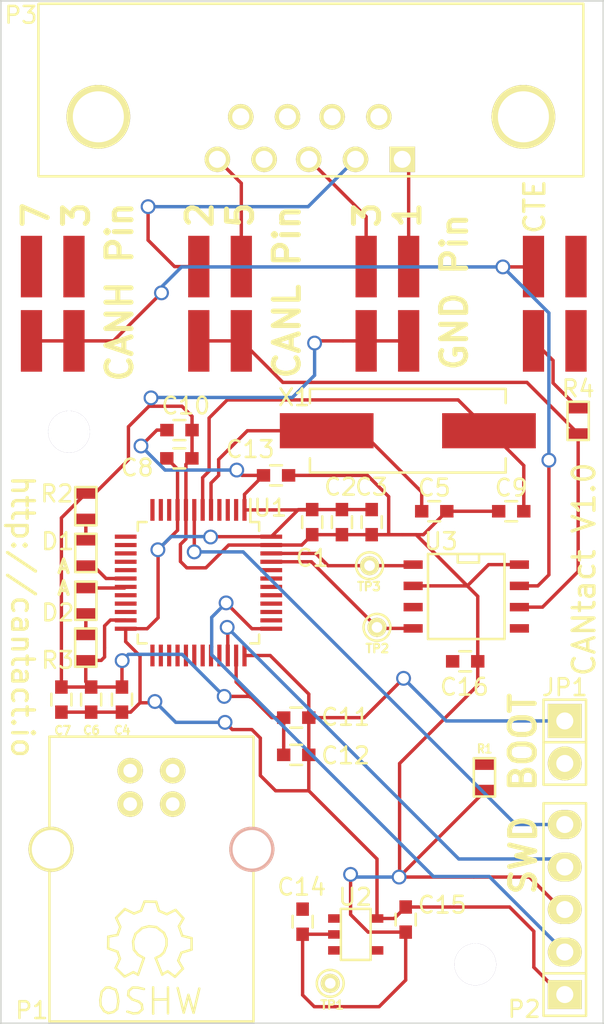
<source format=kicad_pcb>

(kicad_pcb
  (version 20171130)
  (host pcbnew "(5.1.12)-1")
  (general
    (thickness 1.6)
    (drawings 17)
    (tracks 357)
    (zones 0)
    (modules 40)
    (nets 62))
  (page A4)
  (layers
    (0 F.Cu signal)
    (31 B.Cu signal)
    (32 B.Adhes user hide)
    (33 F.Adhes user hide)
    (34 B.Paste user hide)
    (35 F.Paste user hide)
    (36 B.SilkS user hide)
    (37 F.SilkS user hide)
    (38 B.Mask user hide)
    (39 F.Mask user hide)
    (40 Dwgs.User user hide)
    (41 Cmts.User user hide)
    (42 Eco1.User user hide)
    (43 Eco2.User user hide)
    (44 Edge.Cuts user)
    (45 Margin user hide)
    (46 B.CrtYd user hide)
    (47 F.CrtYd user hide)
    (48 B.Fab user hide)
    (49 F.Fab user hide))
  (setup
    (last_trace_width 0.2032)
    (trace_clearance 0.2032)
    (zone_clearance 0.508)
    (zone_45_only yes)
    (trace_min 0.2032)
    (via_size 0.889)
    (via_drill 0.635)
    (via_min_size 0.889)
    (via_min_drill 0.508)
    (uvia_size 0.508)
    (uvia_drill 0.127)
    (uvias_allowed no)
    (uvia_min_size 0.508)
    (uvia_min_drill 0.127)
    (edge_width 0.1)
    (segment_width 0.2)
    (pcb_text_width 0.3)
    (pcb_text_size 1.5 1.5)
    (mod_edge_width 0.15)
    (mod_text_size 1 1)
    (mod_text_width 0.15)
    (pad_size 1.27 3.68)
    (pad_drill 0)
    (pad_to_mask_clearance 0)
    (aux_axis_origin 0 0)
    (visible_elements 7FFFFFFF)
    (pcbplotparams
      (layerselection 0x010f0_80000001)
      (usegerberextensions true)
      (usegerberattributes true)
      (usegerberadvancedattributes true)
      (creategerberjobfile true)
      (excludeedgelayer true)
      (linewidth 0.1)
      (plotframeref false)
      (viasonmask false)
      (mode 1)
      (useauxorigin false)
      (hpglpennumber 1)
      (hpglpenspeed 20)
      (hpglpendiameter 15.0)
      (psnegative false)
      (psa4output false)
      (plotreference true)
      (plotvalue true)
      (plotinvisibletext false)
      (padsonsilk false)
      (subtractmaskfromsilk false)
      (outputformat 1)
      (mirror false)
      (drillshape 0)
      (scaleselection 1)
      (outputdirectory "gerbers/")))
  (net 0 "")
  (net 1 +3.3V)
  (net 2 GND)
  (net 3 +5V)
  (net 4 /USB_DM)
  (net 5 /USB_DP)
  (net 6 /SWDIO)
  (net 7 /SWCLK)
  (net 8 "Net-(P3-Pad8)")
  (net 9 /CAN_RX)
  (net 10 /CAN_TX)
  (net 11 "Net-(C5-Pad1)")
  (net 12 "Net-(C9-Pad1)")
  (net 13 "Net-(D1-Pad1)")
  (net 14 "Net-(D1-Pad2)")
  (net 15 "Net-(D2-Pad1)")
  (net 16 "Net-(D2-Pad2)")
  (net 17 "Net-(JP1-Pad2)")
  (net 18 /DB9_1)
  (net 19 /DB9_2)
  (net 20 /DB9_3)
  (net 21 "Net-(JP4-Pad1)")
  (net 22 "Net-(JP2-Pad1)")
  (net 23 "Net-(U1-Pad2)")
  (net 24 "Net-(U1-Pad3)")
  (net 25 "Net-(U1-Pad4)")
  (net 26 "Net-(JP2-Pad2)")
  (net 27 "Net-(U3-Pad5)")
  (net 28 /DB9_5)
  (net 29 /NRST)
  (net 30 "Net-(U1-Pad10)")
  (net 31 "Net-(U1-Pad11)")
  (net 32 "Net-(U1-Pad12)")
  (net 33 "Net-(U1-Pad13)")
  (net 34 "Net-(U1-Pad14)")
  (net 35 "Net-(U1-Pad15)")
  (net 36 "Net-(U1-Pad16)")
  (net 37 "Net-(U1-Pad17)")
  (net 38 "Net-(U1-Pad20)")
  (net 39 "Net-(U1-Pad21)")
  (net 40 "Net-(U1-Pad22)")
  (net 41 "Net-(U1-Pad25)")
  (net 42 "Net-(U1-Pad26)")
  (net 43 "Net-(U1-Pad27)")
  (net 44 "Net-(U1-Pad28)")
  (net 45 "Net-(U1-Pad29)")
  (net 46 "Net-(U1-Pad30)")
  (net 47 "Net-(U1-Pad31)")
  (net 48 "Net-(U1-Pad38)")
  (net 49 "Net-(U1-Pad39)")
  (net 50 "Net-(U1-Pad40)")
  (net 51 "Net-(U1-Pad41)")
  (net 52 "Net-(U1-Pad42)")
  (net 53 "Net-(U1-Pad43)")
  (net 54 "Net-(P1-Pad5)")
  (net 55 "Net-(P1-Pad6)")
  (net 56 "Net-(P3-Pad4)")
  (net 57 "Net-(P3-Pad9)")
  (net 58 "Net-(P3-Pad6)")
  (net 59 "Net-(JP2-Pad3)")
  (net 60 "Net-(JP2-Pad4)")
  (net 61 /DB9_7)
  (net_class Default "This is the default net class."
    (clearance 0.2032)
    (trace_width 0.2032)
    (via_dia 0.889)
    (via_drill 0.635)
    (uvia_dia 0.508)
    (uvia_drill 0.127)
    (add_net +3.3V)
    (add_net +5V)
    (add_net /CAN_RX)
    (add_net /CAN_TX)
    (add_net /DB9_1)
    (add_net /DB9_2)
    (add_net /DB9_3)
    (add_net /DB9_5)
    (add_net /DB9_7)
    (add_net /NRST)
    (add_net /SWCLK)
    (add_net /SWDIO)
    (add_net /USB_DM)
    (add_net /USB_DP)
    (add_net GND)
    (add_net "Net-(C5-Pad1)")
    (add_net "Net-(C9-Pad1)")
    (add_net "Net-(D1-Pad1)")
    (add_net "Net-(D1-Pad2)")
    (add_net "Net-(D2-Pad1)")
    (add_net "Net-(D2-Pad2)")
    (add_net "Net-(JP1-Pad2)")
    (add_net "Net-(JP2-Pad1)")
    (add_net "Net-(JP2-Pad2)")
    (add_net "Net-(JP2-Pad3)")
    (add_net "Net-(JP2-Pad4)")
    (add_net "Net-(JP4-Pad1)")
    (add_net "Net-(P1-Pad5)")
    (add_net "Net-(P1-Pad6)")
    (add_net "Net-(P3-Pad4)")
    (add_net "Net-(P3-Pad6)")
    (add_net "Net-(P3-Pad8)")
    (add_net "Net-(P3-Pad9)")
    (add_net "Net-(U1-Pad10)")
    (add_net "Net-(U1-Pad11)")
    (add_net "Net-(U1-Pad12)")
    (add_net "Net-(U1-Pad13)")
    (add_net "Net-(U1-Pad14)")
    (add_net "Net-(U1-Pad15)")
    (add_net "Net-(U1-Pad16)")
    (add_net "Net-(U1-Pad17)")
    (add_net "Net-(U1-Pad2)")
    (add_net "Net-(U1-Pad20)")
    (add_net "Net-(U1-Pad21)")
    (add_net "Net-(U1-Pad22)")
    (add_net "Net-(U1-Pad25)")
    (add_net "Net-(U1-Pad26)")
    (add_net "Net-(U1-Pad27)")
    (add_net "Net-(U1-Pad28)")
    (add_net "Net-(U1-Pad29)")
    (add_net "Net-(U1-Pad3)")
    (add_net "Net-(U1-Pad30)")
    (add_net "Net-(U1-Pad31)")
    (add_net "Net-(U1-Pad38)")
    (add_net "Net-(U1-Pad39)")
    (add_net "Net-(U1-Pad4)")
    (add_net "Net-(U1-Pad40)")
    (add_net "Net-(U1-Pad41)")
    (add_net "Net-(U1-Pad42)")
    (add_net "Net-(U1-Pad43)")
    (add_net "Net-(U3-Pad5)"))
  (net_class "Mounting Hole" ""
    (clearance 0.5)
    (trace_width 0.2032)
    (via_dia 6.5)
    (via_drill 3.5)
    (uvia_dia 6.5)
    (uvia_drill 3.5))
  (module Connect:DB9MC
    (layer F.Cu)
    (tedit 54DA4B60)
    (tstamp 54735AF4)
    (at 142.7 98.9)
    (descr "Connecteur DB9 male couche")
    (tags "CONN DB9")
    (path /54725006)
    (fp_text reference P3
      (at -17.2 -7.35 180)
      (layer F.SilkS)
      (effects
        (font
          (size 1 1)
          (thickness 0.15))))
    (fp_text value DB9
      (at 1.27 -3.81)
      (layer F.SilkS) hide
      (effects
        (font
          (size 1.524 1.524)
          (thickness 0.3048))))
    (fp_line
      (start -16.129 2.286)
      (end 16.383 2.286)
      (layer F.SilkS)
      (width 0.15))
    (fp_line
      (start -16.129 -8.0264)
      (end 16.37 -8.0264)
      (layer F.SilkS)
      (width 0.15))
    (fp_line
      (start -16.1544 2.2606)
      (end -16.1544 -8)
      (layer F.SilkS)
      (width 0.15))
    (fp_line
      (start 16.4084 2.286)
      (end 16.4084 -8.0264)
      (layer F.SilkS)
      (width 0.15))
    (pad "" thru_hole circle
      (at 12.827 -1.27)
      (size 3.81 3.81)
      (drill 3.048)
      (layers *.Cu *.Mask F.SilkS))
    (pad "" thru_hole circle
      (at -12.573 -1.27)
      (size 3.81 3.81)
      (drill 3.048)
      (layers *.Cu *.Mask F.SilkS))
    (pad 1 thru_hole rect
      (at 5.588 1.27)
      (size 1.524 1.524)
      (drill 1.016)
      (layers *.Cu *.Mask F.SilkS)
      (net 18 /DB9_1))
    (pad 2 thru_hole circle
      (at 2.794 1.27)
      (size 1.524 1.524)
      (drill 1.016)
      (layers *.Cu *.Mask F.SilkS)
      (net 19 /DB9_2))
    (pad 3 thru_hole circle
      (at 0 1.27)
      (size 1.524 1.524)
      (drill 1.016)
      (layers *.Cu *.Mask F.SilkS)
      (net 20 /DB9_3))
    (pad 4 thru_hole circle
      (at -2.667 1.27)
      (size 1.524 1.524)
      (drill 1.016)
      (layers *.Cu *.Mask F.SilkS))
    (pad 5 thru_hole circle
      (at -5.461 1.27)
      (size 1.524 1.524)
      (drill 1.016)
      (layers *.Cu *.Mask F.SilkS)
      (net 28 /DB9_5))
    (pad 9 thru_hole circle
      (at -4.064 -1.27)
      (size 1.524 1.524)
      (drill 1.016)
      (layers *.Cu *.Mask F.SilkS))
    (pad 8 thru_hole circle
      (at -1.27 -1.27)
      (size 1.524 1.524)
      (drill 1.016)
      (layers *.Cu *.Mask F.SilkS))
    (pad 7 thru_hole circle
      (at 1.397 -1.27)
      (size 1.524 1.524)
      (drill 1.016)
      (layers *.Cu *.Mask F.SilkS))
    (pad 6 thru_hole circle
      (at 4.191 -1.27)
      (size 1.524 1.524)
      (drill 1.016)
      (layers *.Cu *.Mask F.SilkS))
    (model Conn_DBxx/db9_male_pin90deg.wrl
      (at
        (xyz 0 0 0))
      (scale
        (xyz 1 1 1))
      (rotate
        (xyz 0 0 0))))
  (module Pin_Headers:Pin_Header_Straight_1x02
    (layer F.Cu)
    (tedit 54B5C781)
    (tstamp 5473893A)
    (at 158 135 270)
    (descr "Through hole pin header")
    (tags "pin header")
    (path /5473404D)
    (fp_text reference JP1
      (at -3.275 0)
      (layer F.SilkS)
      (effects
        (font
          (size 1 1)
          (thickness 0.15))))
    (fp_text value "Boot Mode"
      (at 0 0 270)
      (layer F.SilkS) hide
      (effects
        (font
          (size 1.27 1.27)
          (thickness 0.2032))))
    (fp_line
      (start 2.54 -1.27)
      (end -2.54 -1.27)
      (layer F.SilkS)
      (width 0.15))
    (fp_line
      (start 2.54 1.27)
      (end 2.54 -1.27)
      (layer F.SilkS)
      (width 0.15))
    (fp_line
      (start 0 1.27)
      (end 2.54 1.27)
      (layer F.SilkS)
      (width 0.15))
    (fp_line
      (start -2.54 1.27)
      (end 0 1.27)
      (layer F.SilkS)
      (width 0.15))
    (fp_line
      (start -2.54 -1.27)
      (end -2.54 1.27)
      (layer F.SilkS)
      (width 0.15))
    (fp_line
      (start 0 -1.27)
      (end 0 1.27)
      (layer F.SilkS)
      (width 0.15))
    (pad 1 thru_hole rect
      (at -1.27 0 270)
      (size 2.032 2.032)
      (drill 1.016)
      (layers *.Cu *.Mask F.SilkS)
      (net 1 +3.3V))
    (pad 2 thru_hole oval
      (at 1.27 0 270)
      (size 2.032 2.032)
      (drill 1.016)
      (layers *.Cu *.Mask F.SilkS))
    (model Pin_Headers/Pin_Header_Straight_1x02.wrl
      (at
        (xyz 0 0 0))
      (scale
        (xyz 1 1 1))
      (rotate
        (xyz 0 0 0))))
  (module Connect:USB_B
    (layer F.Cu)
    (tedit 54B5C750)
    (tstamp 5473662E)
    (at 133.3 141.4)
    (tags USB)
    (path /546FAFF9)
    (fp_text reference P1
      (at -7.15 9.625)
      (layer F.SilkS)
      (effects
        (font
          (size 1 1)
          (thickness 0.15))))
    (fp_text value USB
      (at 0 0)
      (layer F.SilkS) hide
      (effects
        (font
          (size 1.524 1.524)
          (thickness 0.3048))))
    (fp_line
      (start -6.096 -6.731)
      (end -6.096 10.287)
      (layer F.SilkS)
      (width 0.15))
    (fp_line
      (start 6.096 -6.731)
      (end -6.096 -6.731)
      (layer F.SilkS)
      (width 0.15))
    (fp_line
      (start 6.096 10.287)
      (end 6.096 -6.731)
      (layer F.SilkS)
      (width 0.15))
    (fp_line
      (start -6.096 10.287)
      (end 6.096 10.287)
      (layer F.SilkS)
      (width 0.15))
    (pad 1 thru_hole circle
      (at 1.27 -4.699)
      (size 1.524 1.524)
      (drill 0.8128)
      (layers *.Cu *.Mask F.SilkS))
    (pad 2 thru_hole circle
      (at -1.27 -4.699)
      (size 1.524 1.524)
      (drill 0.8128)
      (layers *.Cu *.Mask F.SilkS))
    (pad 3 thru_hole circle
      (at -1.27 -2.70002)
      (size 1.524 1.524)
      (drill 0.8128)
      (layers *.Cu *.Mask F.SilkS))
    (pad 4 thru_hole circle
      (at 1.27 -2.70002)
      (size 1.524 1.524)
      (drill 0.8128)
      (layers *.Cu *.Mask F.SilkS))
    (pad 5 np_thru_hole circle
      (at 5.99948 0)
      (size 2.70002 2.70002)
      (drill 2.30124)
      (layers *.Cu *.SilkS *.Mask))
    (pad 6 thru_hole circle
      (at -5.99948 0)
      (size 2.70002 2.70002)
      (drill 2.30124)
      (layers *.Cu *.Mask F.SilkS))
    (model Connectors/USB_type_B.wrl
      (offset
        (xyz 0 0 0.02539999961853028))
      (scale
        (xyz 0.3937 0.3937 0.3937))
      (rotate
        (xyz 0 0 0))))
  (module Pin_Headers:Pin_Header_Straight_1x05
    (layer F.Cu)
    (tedit 54B5C774)
    (tstamp 5473666A)
    (at 158 145 90)
    (descr "Through hole pin header")
    (tags "pin header")
    (path /5472CC61)
    (fp_text reference P2
      (at -5.95 -2.425 180)
      (layer F.SilkS)
      (effects
        (font
          (size 1 1)
          (thickness 0.15))))
    (fp_text value SWD
      (at 0 0 90)
      (layer F.SilkS) hide
      (effects
        (font
          (size 1.27 1.27)
          (thickness 0.2032))))
    (fp_line
      (start -6.35 1.27)
      (end -3.81 1.27)
      (layer F.SilkS)
      (width 0.15))
    (fp_line
      (start -6.35 -1.27)
      (end -6.35 1.27)
      (layer F.SilkS)
      (width 0.15))
    (fp_line
      (start -3.81 -1.27)
      (end -3.81 1.27)
      (layer F.SilkS)
      (width 0.15))
    (fp_line
      (start -6.35 -1.27)
      (end -3.81 -1.27)
      (layer F.SilkS)
      (width 0.15))
    (fp_line
      (start 6.35 1.27)
      (end -3.81 1.27)
      (layer F.SilkS)
      (width 0.15))
    (fp_line
      (start 6.35 -1.27)
      (end 6.35 1.27)
      (layer F.SilkS)
      (width 0.15))
    (fp_line
      (start -3.81 -1.27)
      (end 6.35 -1.27)
      (layer F.SilkS)
      (width 0.15))
    (pad 1 thru_hole rect
      (at -5.08 0 90)
      (size 1.7272 2.032)
      (drill 1.016)
      (layers *.Cu *.Mask F.SilkS)
      (net 1 +3.3V))
    (pad 2 thru_hole oval
      (at -2.54 0 90)
      (size 1.7272 2.032)
      (drill 1.016)
      (layers *.Cu *.Mask F.SilkS)
      (net 7 /SWCLK))
    (pad 3 thru_hole oval
      (at 0 0 90)
      (size 1.7272 2.032)
      (drill 1.016)
      (layers *.Cu *.Mask F.SilkS)
      (net 2 GND))
    (pad 4 thru_hole oval
      (at 2.54 0 90)
      (size 1.7272 2.032)
      (drill 1.016)
      (layers *.Cu *.Mask F.SilkS)
      (net 6 /SWDIO))
    (pad 5 thru_hole oval
      (at 5.08 0 90)
      (size 1.7272 2.032)
      (drill 1.016)
      (layers *.Cu *.Mask F.SilkS)
      (net 29 /NRST))
    (model Pin_Headers/Pin_Header_Straight_1x05.wrl
      (at
        (xyz 0 0 0))
      (scale
        (xyz 1 1 1))
      (rotate
        (xyz 0 0 0))))
  (module SMD_Packages:SMD-0603
    (layer F.Cu)
    (tedit 5474A133)
    (tstamp 54735AFA)
    (at 153.2 137.1 270)
    (path /5473362D)
    (attr smd)
    (fp_text reference R1
      (at -1.7035 -0.009)
      (layer F.SilkS)
      (effects
        (font
          (size 0.508 0.4572)
          (thickness 0.1143))))
    (fp_text value 510
      (at 0 0 270)
      (layer F.SilkS) hide
      (effects
        (font
          (size 0.508 0.4572)
          (thickness 0.1143))))
    (fp_line
      (start -1.143 0.635)
      (end -1.143 -0.635)
      (layer F.SilkS)
      (width 0.15))
    (fp_line
      (start 1.143 0.635)
      (end -1.143 0.635)
      (layer F.SilkS)
      (width 0.15))
    (fp_line
      (start 1.143 -0.635)
      (end 1.143 0.635)
      (layer F.SilkS)
      (width 0.15))
    (fp_line
      (start -1.143 -0.635)
      (end 1.143 -0.635)
      (layer F.SilkS)
      (width 0.15))
    (pad 1 smd rect
      (at -0.762 0 270)
      (size 0.635 1.143)
      (layers F.Cu F.Paste F.Mask))
    (pad 2 smd rect
      (at 0.762 0 270)
      (size 0.635 1.143)
      (layers F.Cu F.Paste F.Mask)
      (net 2 GND))
    (model smd\resistors\R0603.wrl
      (offset
        (xyz 0 0 0.02539999961853028))
      (scale
        (xyz 0.5 0.5 0.5))
      (rotate
        (xyz 0 0 0))))
  (module Connect:PINTST
    (layer F.Cu)
    (tedit 547367EF)
    (tstamp 54735B11)
    (at 143.9845 149.409)
    (descr "module 1 pin (ou trou mecanique de percage)")
    (tags DEV)
    (path /54735313)
    (fp_text reference TP1
      (at 0.1155 1.291)
      (layer F.SilkS)
      (effects
        (font
          (size 0.508 0.508)
          (thickness 0.127))))
    (fp_text value TST
      (at 0 1.27)
      (layer F.SilkS) hide
      (effects
        (font
          (size 0.508 0.508)
          (thickness 0.127))))
    (fp_circle
      (center 0 0)
      (end -0.254 -0.762)
      (layer F.SilkS)
      (width 0.15))
    (pad 1 thru_hole circle
      (at 0 0)
      (size 1.143 1.143)
      (drill 0.635)
      (layers *.Cu *.Mask F.SilkS)))
  (module Connect:PINTST
    (layer F.Cu)
    (tedit 54749615)
    (tstamp 54735B16)
    (at 146.7785 128.1365)
    (descr "module 1 pin (ou trou mecanique de percage)")
    (tags DEV)
    (path /547347ED)
    (fp_text reference TP2
      (at 0.0215 1.2635)
      (layer F.SilkS)
      (effects
        (font
          (size 0.508 0.508)
          (thickness 0.127))))
    (fp_text value TST
      (at 0 1.27)
      (layer F.SilkS) hide
      (effects
        (font
          (size 0.508 0.508)
          (thickness 0.127))))
    (fp_circle
      (center 0 0)
      (end -0.254 -0.762)
      (layer F.SilkS)
      (width 0.15))
    (pad 1 thru_hole circle
      (at 0 0)
      (size 1.143 1.143)
      (drill 0.635)
      (layers *.Cu *.Mask F.SilkS)
      (net 9 /CAN_RX)))
  (module Connect:PINTST
    (layer F.Cu)
    (tedit 5474961C)
    (tstamp 54735B1B)
    (at 146.334 124.4535)
    (descr "module 1 pin (ou trou mecanique de percage)")
    (tags DEV)
    (path /5473495A)
    (fp_text reference TP3
      (at -0.034 1.2465)
      (layer F.SilkS)
      (effects
        (font
          (size 0.508 0.508)
          (thickness 0.127))))
    (fp_text value TST
      (at 0 1.27)
      (layer F.SilkS) hide
      (effects
        (font
          (size 0.508 0.508)
          (thickness 0.127))))
    (fp_circle
      (center 0 0)
      (end -0.254 -0.762)
      (layer F.SilkS)
      (width 0.15))
    (pad 1 thru_hole circle
      (at 0 0)
      (size 1.143 1.143)
      (drill 0.635)
      (layers *.Cu *.Mask F.SilkS)
      (net 10 /CAN_TX)))
  (module Housings_QFP:LQFP-48_7x7mm_Pitch0.5mm
    (layer F.Cu)
    (tedit 54749037)
    (tstamp 54735B4F)
    (at 136.1105 125.4695 270)
    (descr "48 LEAD LQFP 7x7mm (see MICREL LQFP7x7-48LD-PL-1.pdf)")
    (tags "QFP 0.5")
    (path /546FFAB4)
    (attr smd)
    (fp_text reference U1
      (at -4.4695 -4.2895)
      (layer F.SilkS)
      (effects
        (font
          (size 1 1)
          (thickness 0.15))))
    (fp_text value STM32F042C6T6
      (at 0 6 270)
      (layer F.SilkS) hide
      (effects
        (font
          (size 1 1)
          (thickness 0.15))))
    (fp_line
      (start -3.625 -3.1)
      (end -5 -3.1)
      (layer F.SilkS)
      (width 0.15))
    (fp_line
      (start 3.625 -3.625)
      (end 3.1 -3.625)
      (layer F.SilkS)
      (width 0.15))
    (fp_line
      (start 3.625 3.625)
      (end 3.1 3.625)
      (layer F.SilkS)
      (width 0.15))
    (fp_line
      (start -3.625 3.625)
      (end -3.1 3.625)
      (layer F.SilkS)
      (width 0.15))
    (fp_line
      (start -3.625 -3.625)
      (end -3.1 -3.625)
      (layer F.SilkS)
      (width 0.15))
    (fp_line
      (start -3.625 3.625)
      (end -3.625 3.1)
      (layer F.SilkS)
      (width 0.15))
    (fp_line
      (start 3.625 3.625)
      (end 3.625 3.1)
      (layer F.SilkS)
      (width 0.15))
    (fp_line
      (start 3.625 -3.625)
      (end 3.625 -3.1)
      (layer F.SilkS)
      (width 0.15))
    (fp_line
      (start -3.625 -3.625)
      (end -3.625 -3.1)
      (layer F.SilkS)
      (width 0.15))
    (fp_line
      (start -5.25 5.25)
      (end 5.25 5.25)
      (layer F.CrtYd)
      (width 0.05))
    (fp_line
      (start -5.25 -5.25)
      (end 5.25 -5.25)
      (layer F.CrtYd)
      (width 0.05))
    (fp_line
      (start 5.25 -5.25)
      (end 5.25 5.25)
      (layer F.CrtYd)
      (width 0.05))
    (fp_line
      (start -5.25 -5.25)
      (end -5.25 5.25)
      (layer F.CrtYd)
      (width 0.05))
    (pad 1 smd rect
      (at -4.35 -2.75 270)
      (size 1.3 0.25)
      (layers F.Cu F.Paste F.Mask)
      (net 1 +3.3V))
    (pad 2 smd rect
      (at -4.35 -2.25 270)
      (size 1.3 0.25)
      (layers F.Cu F.Paste F.Mask))
    (pad 3 smd rect
      (at -4.35 -1.75 270)
      (size 1.3 0.25)
      (layers F.Cu F.Paste F.Mask))
    (pad 4 smd rect
      (at -4.35 -1.25 270)
      (size 1.3 0.25)
      (layers F.Cu F.Paste F.Mask))
    (pad 5 smd rect
      (at -4.35 -0.75 270)
      (size 1.3 0.25)
      (layers F.Cu F.Paste F.Mask)
      (net 11 "Net-(C5-Pad1)"))
    (pad 6 smd rect
      (at -4.35 -0.25 270)
      (size 1.3 0.25)
      (layers F.Cu F.Paste F.Mask)
      (net 12 "Net-(C9-Pad1)"))
    (pad 7 smd rect
      (at -4.35 0.25 270)
      (size 1.3 0.25)
      (layers F.Cu F.Paste F.Mask)
      (net 29 /NRST))
    (pad 8 smd rect
      (at -4.35 0.75 270)
      (size 1.3 0.25)
      (layers F.Cu F.Paste F.Mask)
      (net 2 GND))
    (pad 9 smd rect
      (at -4.35 1.25 270)
      (size 1.3 0.25)
      (layers F.Cu F.Paste F.Mask)
      (net 1 +3.3V))
    (pad 10 smd rect
      (at -4.35 1.75 270)
      (size 1.3 0.25)
      (layers F.Cu F.Paste F.Mask))
    (pad 11 smd rect
      (at -4.35 2.25 270)
      (size 1.3 0.25)
      (layers F.Cu F.Paste F.Mask))
    (pad 12 smd rect
      (at -4.35 2.75 270)
      (size 1.3 0.25)
      (layers F.Cu F.Paste F.Mask))
    (pad 13 smd rect
      (at -2.75 4.35)
      (size 1.3 0.25)
      (layers F.Cu F.Paste F.Mask))
    (pad 14 smd rect
      (at -2.25 4.35)
      (size 1.3 0.25)
      (layers F.Cu F.Paste F.Mask))
    (pad 15 smd rect
      (at -1.75 4.35)
      (size 1.3 0.25)
      (layers F.Cu F.Paste F.Mask))
    (pad 16 smd rect
      (at -1.25 4.35)
      (size 1.3 0.25)
      (layers F.Cu F.Paste F.Mask))
    (pad 17 smd rect
      (at -0.75 4.35)
      (size 1.3 0.25)
      (layers F.Cu F.Paste F.Mask))
    (pad 18 smd rect
      (at -0.25 4.35)
      (size 1.3 0.25)
      (layers F.Cu F.Paste F.Mask)
      (net 13 "Net-(D1-Pad1)"))
    (pad 19 smd rect
      (at 0.25 4.35)
      (size 1.3 0.25)
      (layers F.Cu F.Paste F.Mask)
      (net 15 "Net-(D2-Pad1)"))
    (pad 20 smd rect
      (at 0.75 4.35)
      (size 1.3 0.25)
      (layers F.Cu F.Paste F.Mask))
    (pad 21 smd rect
      (at 1.25 4.35)
      (size 1.3 0.25)
      (layers F.Cu F.Paste F.Mask))
    (pad 22 smd rect
      (at 1.75 4.35)
      (size 1.3 0.25)
      (layers F.Cu F.Paste F.Mask))
    (pad 23 smd rect
      (at 2.25 4.35)
      (size 1.3 0.25)
      (layers F.Cu F.Paste F.Mask)
      (net 2 GND))
    (pad 24 smd rect
      (at 2.75 4.35)
      (size 1.3 0.25)
      (layers F.Cu F.Paste F.Mask)
      (net 1 +3.3V))
    (pad 25 smd rect
      (at 4.35 2.75 270)
      (size 1.3 0.25)
      (layers F.Cu F.Paste F.Mask))
    (pad 26 smd rect
      (at 4.35 2.25 270)
      (size 1.3 0.25)
      (layers F.Cu F.Paste F.Mask))
    (pad 27 smd rect
      (at 4.35 1.75 270)
      (size 1.3 0.25)
      (layers F.Cu F.Paste F.Mask))
    (pad 28 smd rect
      (at 4.35 1.25 270)
      (size 1.3 0.25)
      (layers F.Cu F.Paste F.Mask))
    (pad 29 smd rect
      (at 4.35 0.75 270)
      (size 1.3 0.25)
      (layers F.Cu F.Paste F.Mask))
    (pad 30 smd rect
      (at 4.35 0.25 270)
      (size 1.3 0.25)
      (layers F.Cu F.Paste F.Mask))
    (pad 31 smd rect
      (at 4.35 -0.25 270)
      (size 1.3 0.25)
      (layers F.Cu F.Paste F.Mask))
    (pad 32 smd rect
      (at 4.35 -0.75 270)
      (size 1.3 0.25)
      (layers F.Cu F.Paste F.Mask))
    (pad 33 smd rect
      (at 4.35 -1.25 270)
      (size 1.3 0.25)
      (layers F.Cu F.Paste F.Mask))
    (pad 34 smd rect
      (at 4.35 -1.75 270)
      (size 1.3 0.25)
      (layers F.Cu F.Paste F.Mask)
      (net 6 /SWDIO))
    (pad 35 smd rect
      (at 4.35 -2.25 270)
      (size 1.3 0.25)
      (layers F.Cu F.Paste F.Mask)
      (net 2 GND))
    (pad 36 smd rect
      (at 4.35 -2.75 270)
      (size 1.3 0.25)
      (layers F.Cu F.Paste F.Mask)
      (net 1 +3.3V))
    (pad 37 smd rect
      (at 2.75 -4.35)
      (size 1.3 0.25)
      (layers F.Cu F.Paste F.Mask)
      (net 7 /SWCLK))
    (pad 38 smd rect
      (at 2.25 -4.35)
      (size 1.3 0.25)
      (layers F.Cu F.Paste F.Mask))
    (pad 39 smd rect
      (at 1.75 -4.35)
      (size 1.3 0.25)
      (layers F.Cu F.Paste F.Mask))
    (pad 40 smd rect
      (at 1.25 -4.35)
      (size 1.3 0.25)
      (layers F.Cu F.Paste F.Mask))
    (pad 41 smd rect
      (at 0.75 -4.35)
      (size 1.3 0.25)
      (layers F.Cu F.Paste F.Mask))
    (pad 42 smd rect
      (at 0.25 -4.35)
      (size 1.3 0.25)
      (layers F.Cu F.Paste F.Mask))
    (pad 43 smd rect
      (at -0.25 -4.35)
      (size 1.3 0.25)
      (layers F.Cu F.Paste F.Mask))
    (pad 44 smd rect
      (at -0.75 -4.35)
      (size 1.3 0.25)
      (layers F.Cu F.Paste F.Mask))
    (pad 45 smd rect
      (at -1.25 -4.35)
      (size 1.3 0.25)
      (layers F.Cu F.Paste F.Mask)
      (net 9 /CAN_RX))
    (pad 46 smd rect
      (at -1.75 -4.35)
      (size 1.3 0.25)
      (layers F.Cu F.Paste F.Mask)
      (net 10 /CAN_TX))
    (pad 47 smd rect
      (at -2.25 -4.35)
      (size 1.3 0.25)
      (layers F.Cu F.Paste F.Mask)
      (net 2 GND))
    (pad 48 smd rect
      (at -2.75 -4.35)
      (size 1.3 0.25)
      (layers F.Cu F.Paste F.Mask)
      (net 1 +3.3V))
    (model Housings_QFP/LQFP-48_7x7mm_Pitch0.5mm.wrl
      (at
        (xyz 0 0 0))
      (scale
        (xyz 1 1 1))
      (rotate
        (xyz 0 0 0))))
  (module SMD_Packages:SOT-23-5
    (layer F.Cu)
    (tedit 54B5C761)
    (tstamp 54735D13)
    (at 145.5085 146.488 270)
    (path /546FC15D)
    (attr smd)
    (fp_text reference U2
      (at -2.238 0.0335)
      (layer F.SilkS)
      (effects
        (font
          (size 1 1)
          (thickness 0.15))))
    (fp_text value AAT3221
      (at 0 0 270)
      (layer F.SilkS) hide
      (effects
        (font
          (size 0.635 0.635)
          (thickness 0.127))))
    (fp_line
      (start -1.524 -0.889)
      (end 1.524 -0.889)
      (layer F.SilkS)
      (width 0.15))
    (fp_line
      (start -1.524 0.889)
      (end -1.524 -0.889)
      (layer F.SilkS)
      (width 0.15))
    (fp_line
      (start 1.524 0.889)
      (end -1.524 0.889)
      (layer F.SilkS)
      (width 0.15))
    (fp_line
      (start 1.524 -0.889)
      (end 1.524 0.889)
      (layer F.SilkS)
      (width 0.15))
    (pad 1 smd rect
      (at -0.9525 1.27 270)
      (size 0.508 0.762)
      (layers F.Cu F.Paste F.Mask))
    (pad 3 smd rect
      (at 0.9525 1.27 270)
      (size 0.508 0.762)
      (layers F.Cu F.Paste F.Mask))
    (pad 5 smd rect
      (at -0.9525 -1.27 270)
      (size 0.508 0.762)
      (layers F.Cu F.Paste F.Mask)
      (net 1 +3.3V))
    (pad 2 smd rect
      (at 0 1.27 270)
      (size 0.508 0.762)
      (layers F.Cu F.Paste F.Mask)
      (net 2 GND))
    (pad 4 smd rect
      (at 0.9525 -1.27 270)
      (size 0.508 0.762)
      (layers F.Cu F.Paste F.Mask))
    (model smd/SOT23_5.wrl
      (at
        (xyz 0 0 0))
      (scale
        (xyz 0.1 0.1 0.1))
      (rotate
        (xyz 0 0 0))))
  (module SMD_Packages:SOIC-8-N
    (layer F.Cu)
    (tedit 54B5C7A2)
    (tstamp 54735B64)
    (at 152.1125 126.295 270)
    (descr "Module Narrow CMS SOJ 8 pins large")
    (tags "CMS SOJ")
    (path /5472437B)
    (attr smd)
    (fp_text reference U3
      (at -3.295 1.5125)
      (layer F.SilkS)
      (effects
        (font
          (size 1 1)
          (thickness 0.15))))
    (fp_text value MCP2551-I/SN
      (at 0 1.27 270)
      (layer F.SilkS) hide
      (effects
        (font
          (size 1.016 1.016)
          (thickness 0.127))))
    (fp_line
      (start -2.032 0.508)
      (end -2.54 0.508)
      (layer F.SilkS)
      (width 0.15))
    (fp_line
      (start -2.032 -0.762)
      (end -2.032 0.508)
      (layer F.SilkS)
      (width 0.15))
    (fp_line
      (start -2.54 -0.762)
      (end -2.032 -0.762)
      (layer F.SilkS)
      (width 0.15))
    (fp_line
      (start -2.54 2.286)
      (end -2.54 -2.286)
      (layer F.SilkS)
      (width 0.15))
    (fp_line
      (start 2.54 2.286)
      (end -2.54 2.286)
      (layer F.SilkS)
      (width 0.15))
    (fp_line
      (start 2.54 -2.286)
      (end 2.54 2.286)
      (layer F.SilkS)
      (width 0.15))
    (fp_line
      (start -2.54 -2.286)
      (end 2.54 -2.286)
      (layer F.SilkS)
      (width 0.15))
    (pad 8 smd rect
      (at -1.905 -3.175 270)
      (size 0.508 1.143)
      (layers F.Cu F.Paste F.Mask)
      (net 2 GND))
    (pad 7 smd rect
      (at -0.635 -3.175 270)
      (size 0.508 1.143)
      (layers F.Cu F.Paste F.Mask)
      (net 26 "Net-(JP2-Pad2)"))
    (pad 6 smd rect
      (at 0.635 -3.175 270)
      (size 0.508 1.143)
      (layers F.Cu F.Paste F.Mask)
      (net 21 "Net-(JP4-Pad1)"))
    (pad 5 smd rect
      (at 1.905 -3.175 270)
      (size 0.508 1.143)
      (layers F.Cu F.Paste F.Mask))
    (pad 4 smd rect
      (at 1.905 3.175 270)
      (size 0.508 1.143)
      (layers F.Cu F.Paste F.Mask)
      (net 9 /CAN_RX))
    (pad 3 smd rect
      (at 0.635 3.175 270)
      (size 0.508 1.143)
      (layers F.Cu F.Paste F.Mask))
    (pad 2 smd rect
      (at -0.635 3.175 270)
      (size 0.508 1.143)
      (layers F.Cu F.Paste F.Mask)
      (net 2 GND))
    (pad 1 smd rect
      (at -1.905 3.175 270)
      (size 0.508 1.143)
      (layers F.Cu F.Paste F.Mask)
      (net 10 /CAN_TX))
    (model smd/cms_so8.wrl
      (at
        (xyz 0 0 0))
      (scale
        (xyz 0.5 0.38 0.5))
      (rotate
        (xyz 0 0 0))))
  (module Crystals:Crystal_HC49-SD_SMD
    (layer F.Cu)
    (tedit 54B5C70D)
    (tstamp 54735B6A)
    (at 148.62 116.389)
    (descr "Crystal, Quarz, HC49-SD, SMD,")
    (tags "Crystal, Quarz, HC49-SD, SMD,")
    (path /54736BAF)
    (attr smd)
    (fp_text reference X1
      (at -6.795 -1.989)
      (layer F.SilkS)
      (effects
        (font
          (size 1 1)
          (thickness 0.15))))
    (fp_text value "16 MHz"
      (at 2.54 5.08)
      (layer F.SilkS) hide
      (effects
        (font
          (size 1.524 1.524)
          (thickness 0.3048))))
    (fp_line
      (start -5.84962 -2.49936)
      (end -5.84962 -1.651)
      (layer F.SilkS)
      (width 0.15))
    (fp_line
      (start -5.84962 2.49936)
      (end -5.84962 1.651)
      (layer F.SilkS)
      (width 0.15))
    (fp_line
      (start 5.84962 -2.49936)
      (end 5.84962 -1.651)
      (layer F.SilkS)
      (width 0.15))
    (fp_line
      (start 5.84962 2.49936)
      (end 5.84962 1.651)
      (layer F.SilkS)
      (width 0.15))
    (fp_line
      (start 5.84962 -2.49936)
      (end -5.84962 -2.49936)
      (layer F.SilkS)
      (width 0.15))
    (fp_line
      (start -5.84962 2.49936)
      (end 5.84962 2.49936)
      (layer F.SilkS)
      (width 0.15))
    (fp_circle
      (center 0 0)
      (end 0.14986 0.0508)
      (layer F.Adhes)
      (width 0.381))
    (fp_circle
      (center 0 0)
      (end 0.50038 0)
      (layer F.Adhes)
      (width 0.381))
    (fp_circle
      (center 0 0)
      (end 0.8509 0)
      (layer F.Adhes)
      (width 0.381))
    (pad 1 smd rect
      (at -4.84886 0)
      (size 5.6007 2.10058)
      (layers F.Cu F.Paste F.Mask)
      (net 11 "Net-(C5-Pad1)"))
    (pad 2 smd rect
      (at 4.84886 0)
      (size 5.6007 2.10058)
      (layers F.Cu F.Paste F.Mask)
      (net 12 "Net-(C9-Pad1)")))
  (module Capacitors_SMD:C_0603
    (layer F.Cu)
    (tedit 54749500000000.0)
    (tstamp 54735DAC)
    (at 142.905 121.85 270)
    (descr "Capacitor SMD 0603, reflow soldering, AVX (see smccp.pdf)")
    (tags "capacitor 0603")
    (path /54701255)
    (attr smd)
    (fp_text reference C1
      (at 2.15 0.005)
      (layer F.SilkS)
      (effects
        (font
          (size 1 1)
          (thickness 0.15))))
    (fp_text value 0.1uF
      (at 0 1.9 270)
      (layer F.SilkS) hide
      (effects
        (font
          (size 1 1)
          (thickness 0.15))))
    (fp_line
      (start 0.35 0.6)
      (end -0.35 0.6)
      (layer F.SilkS)
      (width 0.15))
    (fp_line
      (start -0.35 -0.6)
      (end 0.35 -0.6)
      (layer F.SilkS)
      (width 0.15))
    (fp_line
      (start 1.45 -0.75)
      (end 1.45 0.75)
      (layer F.CrtYd)
      (width 0.05))
    (fp_line
      (start -1.45 -0.75)
      (end -1.45 0.75)
      (layer F.CrtYd)
      (width 0.05))
    (fp_line
      (start -1.45 0.75)
      (end 1.45 0.75)
      (layer F.CrtYd)
      (width 0.05))
    (fp_line
      (start -1.45 -0.75)
      (end 1.45 -0.75)
      (layer F.CrtYd)
      (width 0.05))
    (pad 1 smd rect
      (at -0.75 0 270)
      (size 0.8 0.75)
      (layers F.Cu F.Paste F.Mask)
      (net 1 +3.3V))
    (pad 2 smd rect
      (at 0.75 0 270)
      (size 0.8 0.75)
      (layers F.Cu F.Paste F.Mask)
      (net 2 GND))
    (model Capacitors_SMD/C_0603J.wrl
      (at
        (xyz 0 0 0))
      (scale
        (xyz 1 1 1))
      (rotate
        (xyz 0 0 0))))
  (module Capacitors_SMD:C_0603
    (layer F.Cu)
    (tedit 54749F9F)
    (tstamp 54735DB2)
    (at 144.683 121.85 270)
    (descr "Capacitor SMD 0603, reflow soldering, AVX (see smccp.pdf)")
    (tags "capacitor 0603")
    (path /5470124F)
    (attr smd)
    (fp_text reference C2
      (at -2.1 0.083)
      (layer F.SilkS)
      (effects
        (font
          (size 1 1)
          (thickness 0.15))))
    (fp_text value 0.1uF
      (at 0 1.9 270)
      (layer F.SilkS) hide
      (effects
        (font
          (size 1 1)
          (thickness 0.15))))
    (fp_line
      (start 0.35 0.6)
      (end -0.35 0.6)
      (layer F.SilkS)
      (width 0.15))
    (fp_line
      (start -0.35 -0.6)
      (end 0.35 -0.6)
      (layer F.SilkS)
      (width 0.15))
    (fp_line
      (start 1.45 -0.75)
      (end 1.45 0.75)
      (layer F.CrtYd)
      (width 0.05))
    (fp_line
      (start -1.45 -0.75)
      (end -1.45 0.75)
      (layer F.CrtYd)
      (width 0.05))
    (fp_line
      (start -1.45 0.75)
      (end 1.45 0.75)
      (layer F.CrtYd)
      (width 0.05))
    (fp_line
      (start -1.45 -0.75)
      (end 1.45 -0.75)
      (layer F.CrtYd)
      (width 0.05))
    (pad 1 smd rect
      (at -0.75 0 270)
      (size 0.8 0.75)
      (layers F.Cu F.Paste F.Mask)
      (net 1 +3.3V))
    (pad 2 smd rect
      (at 0.75 0 270)
      (size 0.8 0.75)
      (layers F.Cu F.Paste F.Mask)
      (net 2 GND))
    (model Capacitors_SMD/C_0603J.wrl
      (at
        (xyz 0 0 0))
      (scale
        (xyz 1 1 1))
      (rotate
        (xyz 0 0 0))))
  (module Capacitors_SMD:C_0603
    (layer F.Cu)
    (tedit 54749FAF)
    (tstamp 54B5C9AD)
    (at 146.461 121.85 270)
    (descr "Capacitor SMD 0603, reflow soldering, AVX (see smccp.pdf)")
    (tags "capacitor 0603")
    (path /54701249)
    (attr smd)
    (fp_text reference C3
      (at -2.1 0.011)
      (layer F.SilkS)
      (effects
        (font
          (size 1 1)
          (thickness 0.15))))
    (fp_text value 4.7uF
      (at 0 1.9 270)
      (layer F.SilkS) hide
      (effects
        (font
          (size 1 1)
          (thickness 0.15))))
    (fp_line
      (start 0.35 0.6)
      (end -0.35 0.6)
      (layer F.SilkS)
      (width 0.15))
    (fp_line
      (start -0.35 -0.6)
      (end 0.35 -0.6)
      (layer F.SilkS)
      (width 0.15))
    (fp_line
      (start 1.45 -0.75)
      (end 1.45 0.75)
      (layer F.CrtYd)
      (width 0.05))
    (fp_line
      (start -1.45 -0.75)
      (end -1.45 0.75)
      (layer F.CrtYd)
      (width 0.05))
    (fp_line
      (start -1.45 0.75)
      (end 1.45 0.75)
      (layer F.CrtYd)
      (width 0.05))
    (fp_line
      (start -1.45 -0.75)
      (end 1.45 -0.75)
      (layer F.CrtYd)
      (width 0.05))
    (pad 1 smd rect
      (at -0.75 0 270)
      (size 0.8 0.75)
      (layers F.Cu F.Paste F.Mask)
      (net 1 +3.3V))
    (pad 2 smd rect
      (at 0.75 0 270)
      (size 0.8 0.75)
      (layers F.Cu F.Paste F.Mask)
      (net 2 GND))
    (model Capacitors_SMD/C_0603J.wrl
      (at
        (xyz 0 0 0))
      (scale
        (xyz 1 1 1))
      (rotate
        (xyz 0 0 0))))
  (module Capacitors_SMD:C_0603
    (layer F.Cu)
    (tedit 54B5C95F)
    (tstamp 54735DBE)
    (at 131.5385 132.4545 90)
    (descr "Capacitor SMD 0603, reflow soldering, AVX (see smccp.pdf)")
    (tags "capacitor 0603")
    (path /546FA7BA)
    (attr smd)
    (fp_text reference C4
      (at -1.8355 0.0115 180)
      (layer F.SilkS)
      (effects
        (font
          (size 0.5 0.5)
          (thickness 0.125))))
    (fp_text value 0.1uF
      (at 0 1.9 180)
      (layer F.SilkS) hide
      (effects
        (font
          (size 1 1)
          (thickness 0.15))))
    (fp_line
      (start 0.35 0.6)
      (end -0.35 0.6)
      (layer F.SilkS)
      (width 0.15))
    (fp_line
      (start -0.35 -0.6)
      (end 0.35 -0.6)
      (layer F.SilkS)
      (width 0.15))
    (fp_line
      (start 1.45 -0.75)
      (end 1.45 0.75)
      (layer F.CrtYd)
      (width 0.05))
    (fp_line
      (start -1.45 -0.75)
      (end -1.45 0.75)
      (layer F.CrtYd)
      (width 0.05))
    (fp_line
      (start -1.45 0.75)
      (end 1.45 0.75)
      (layer F.CrtYd)
      (width 0.05))
    (fp_line
      (start -1.45 -0.75)
      (end 1.45 -0.75)
      (layer F.CrtYd)
      (width 0.05))
    (pad 1 smd rect
      (at -0.75 0 90)
      (size 0.8 0.75)
      (layers F.Cu F.Paste F.Mask)
      (net 1 +3.3V))
    (pad 2 smd rect
      (at 0.75 0 90)
      (size 0.8 0.75)
      (layers F.Cu F.Paste F.Mask)
      (net 2 GND))
    (model Capacitors_SMD/C_0603J.wrl
      (at
        (xyz 0 0 0))
      (scale
        (xyz 1 1 1))
      (rotate
        (xyz 0 0 0))))
  (module Capacitors_SMD:C_0603
    (layer F.Cu)
    (tedit 5474911E)
    (tstamp 54735DC4)
    (at 150.2 121.2)
    (descr "Capacitor SMD 0603, reflow soldering, AVX (see smccp.pdf)")
    (tags "capacitor 0603")
    (path /546FC87A)
    (attr smd)
    (fp_text reference C5
      (at 0 -1.4)
      (layer F.SilkS)
      (effects
        (font
          (size 1 1)
          (thickness 0.15))))
    (fp_text value 18pF
      (at 0 1.9)
      (layer F.SilkS) hide
      (effects
        (font
          (size 1 1)
          (thickness 0.15))))
    (fp_line
      (start 0.35 0.6)
      (end -0.35 0.6)
      (layer F.SilkS)
      (width 0.15))
    (fp_line
      (start -0.35 -0.6)
      (end 0.35 -0.6)
      (layer F.SilkS)
      (width 0.15))
    (fp_line
      (start 1.45 -0.75)
      (end 1.45 0.75)
      (layer F.CrtYd)
      (width 0.05))
    (fp_line
      (start -1.45 -0.75)
      (end -1.45 0.75)
      (layer F.CrtYd)
      (width 0.05))
    (fp_line
      (start -1.45 0.75)
      (end 1.45 0.75)
      (layer F.CrtYd)
      (width 0.05))
    (fp_line
      (start -1.45 -0.75)
      (end 1.45 -0.75)
      (layer F.CrtYd)
      (width 0.05))
    (pad 1 smd rect
      (at -0.75 0)
      (size 0.8 0.75)
      (layers F.Cu F.Paste F.Mask)
      (net 11 "Net-(C5-Pad1)"))
    (pad 2 smd rect
      (at 0.75 0)
      (size 0.8 0.75)
      (layers F.Cu F.Paste F.Mask)
      (net 2 GND))
    (model Capacitors_SMD/C_0603J.wrl
      (at
        (xyz 0 0 0))
      (scale
        (xyz 1 1 1))
      (rotate
        (xyz 0 0 0))))
  (module Capacitors_SMD:C_0603
    (layer F.Cu)
    (tedit 54B5C952)
    (tstamp 54735DCA)
    (at 129.697 132.4545 90)
    (descr "Capacitor SMD 0603, reflow soldering, AVX (see smccp.pdf)")
    (tags "capacitor 0603")
    (path /546FA78D)
    (attr smd)
    (fp_text reference C6
      (at -1.8355 0.023 180)
      (layer F.SilkS)
      (effects
        (font
          (size 0.5 0.5)
          (thickness 0.125))))
    (fp_text value 0.1uF
      (at 0 1.9 90)
      (layer F.SilkS) hide
      (effects
        (font
          (size 1 1)
          (thickness 0.15))))
    (fp_line
      (start 0.35 0.6)
      (end -0.35 0.6)
      (layer F.SilkS)
      (width 0.15))
    (fp_line
      (start -0.35 -0.6)
      (end 0.35 -0.6)
      (layer F.SilkS)
      (width 0.15))
    (fp_line
      (start 1.45 -0.75)
      (end 1.45 0.75)
      (layer F.CrtYd)
      (width 0.05))
    (fp_line
      (start -1.45 -0.75)
      (end -1.45 0.75)
      (layer F.CrtYd)
      (width 0.05))
    (fp_line
      (start -1.45 0.75)
      (end 1.45 0.75)
      (layer F.CrtYd)
      (width 0.05))
    (fp_line
      (start -1.45 -0.75)
      (end 1.45 -0.75)
      (layer F.CrtYd)
      (width 0.05))
    (pad 1 smd rect
      (at -0.75 0 90)
      (size 0.8 0.75)
      (layers F.Cu F.Paste F.Mask)
      (net 1 +3.3V))
    (pad 2 smd rect
      (at 0.75 0 90)
      (size 0.8 0.75)
      (layers F.Cu F.Paste F.Mask)
      (net 2 GND))
    (model Capacitors_SMD/C_0603J.wrl
      (at
        (xyz 0 0 0))
      (scale
        (xyz 1 1 1))
      (rotate
        (xyz 0 0 0))))
  (module Capacitors_SMD:C_0603
    (layer F.Cu)
    (tedit 54B5C5C3)
    (tstamp 54735DD0)
    (at 127.919 132.4545 90)
    (descr "Capacitor SMD 0603, reflow soldering, AVX (see smccp.pdf)")
    (tags "capacitor 0603")
    (path /546FA6B8)
    (attr smd)
    (fp_text reference C7
      (at -1.8455 0.081 180)
      (layer F.SilkS)
      (effects
        (font
          (size 0.5 0.5)
          (thickness 0.125))))
    (fp_text value 4.7uF
      (at 0 1.9 90)
      (layer F.SilkS) hide
      (effects
        (font
          (size 1 1)
          (thickness 0.15))))
    (fp_line
      (start 0.35 0.6)
      (end -0.35 0.6)
      (layer F.SilkS)
      (width 0.15))
    (fp_line
      (start -0.35 -0.6)
      (end 0.35 -0.6)
      (layer F.SilkS)
      (width 0.15))
    (fp_line
      (start 1.45 -0.75)
      (end 1.45 0.75)
      (layer F.CrtYd)
      (width 0.05))
    (fp_line
      (start -1.45 -0.75)
      (end -1.45 0.75)
      (layer F.CrtYd)
      (width 0.05))
    (fp_line
      (start -1.45 0.75)
      (end 1.45 0.75)
      (layer F.CrtYd)
      (width 0.05))
    (fp_line
      (start -1.45 -0.75)
      (end 1.45 -0.75)
      (layer F.CrtYd)
      (width 0.05))
    (pad 1 smd rect
      (at -0.75 0 90)
      (size 0.8 0.75)
      (layers F.Cu F.Paste F.Mask)
      (net 1 +3.3V))
    (pad 2 smd rect
      (at 0.75 0 90)
      (size 0.8 0.75)
      (layers F.Cu F.Paste F.Mask)
      (net 2 GND))
    (model Capacitors_SMD/C_0603J.wrl
      (at
        (xyz 0 0 0))
      (scale
        (xyz 1 1 1))
      (rotate
        (xyz 0 0 0))))
  (module Capacitors_SMD:C_0603
    (layer F.Cu)
    (tedit 54B5C71B)
    (tstamp 54735DD6)
    (at 134.9675 118.04)
    (descr "Capacitor SMD 0603, reflow soldering, AVX (see smccp.pdf)")
    (tags "capacitor 0603")
    (path /546FA697)
    (attr smd)
    (fp_text reference C8
      (at -2.5175 0.56)
      (layer F.SilkS)
      (effects
        (font
          (size 1 1)
          (thickness 0.15))))
    (fp_text value 10nF
      (at 0 1.9)
      (layer F.SilkS) hide
      (effects
        (font
          (size 1 1)
          (thickness 0.15))))
    (fp_line
      (start 0.35 0.6)
      (end -0.35 0.6)
      (layer F.SilkS)
      (width 0.15))
    (fp_line
      (start -0.35 -0.6)
      (end 0.35 -0.6)
      (layer F.SilkS)
      (width 0.15))
    (fp_line
      (start 1.45 -0.75)
      (end 1.45 0.75)
      (layer F.CrtYd)
      (width 0.05))
    (fp_line
      (start -1.45 -0.75)
      (end -1.45 0.75)
      (layer F.CrtYd)
      (width 0.05))
    (fp_line
      (start -1.45 0.75)
      (end 1.45 0.75)
      (layer F.CrtYd)
      (width 0.05))
    (fp_line
      (start -1.45 -0.75)
      (end 1.45 -0.75)
      (layer F.CrtYd)
      (width 0.05))
    (pad 1 smd rect
      (at -0.75 0)
      (size 0.8 0.75)
      (layers F.Cu F.Paste F.Mask)
      (net 1 +3.3V))
    (pad 2 smd rect
      (at 0.75 0)
      (size 0.8 0.75)
      (layers F.Cu F.Paste F.Mask)
      (net 2 GND))
    (model Capacitors_SMD/C_0603J.wrl
      (at
        (xyz 0 0 0))
      (scale
        (xyz 1 1 1))
      (rotate
        (xyz 0 0 0))))
  (module Capacitors_SMD:C_0603
    (layer F.Cu)
    (tedit 54749121)
    (tstamp 54735DDC)
    (at 154.8 121.2 180)
    (descr "Capacitor SMD 0603, reflow soldering, AVX (see smccp.pdf)")
    (tags "capacitor 0603")
    (path /546FC8B5)
    (attr smd)
    (fp_text reference C9
      (at 0 1.4 180)
      (layer F.SilkS)
      (effects
        (font
          (size 1 1)
          (thickness 0.15))))
    (fp_text value 18pF
      (at 0 1.9 180)
      (layer F.SilkS) hide
      (effects
        (font
          (size 1 1)
          (thickness 0.15))))
    (fp_line
      (start 0.35 0.6)
      (end -0.35 0.6)
      (layer F.SilkS)
      (width 0.15))
    (fp_line
      (start -0.35 -0.6)
      (end 0.35 -0.6)
      (layer F.SilkS)
      (width 0.15))
    (fp_line
      (start 1.45 -0.75)
      (end 1.45 0.75)
      (layer F.CrtYd)
      (width 0.05))
    (fp_line
      (start -1.45 -0.75)
      (end -1.45 0.75)
      (layer F.CrtYd)
      (width 0.05))
    (fp_line
      (start -1.45 0.75)
      (end 1.45 0.75)
      (layer F.CrtYd)
      (width 0.05))
    (fp_line
      (start -1.45 -0.75)
      (end 1.45 -0.75)
      (layer F.CrtYd)
      (width 0.05))
    (pad 1 smd rect
      (at -0.75 0 180)
      (size 0.8 0.75)
      (layers F.Cu F.Paste F.Mask)
      (net 12 "Net-(C9-Pad1)"))
    (pad 2 smd rect
      (at 0.75 0 180)
      (size 0.8 0.75)
      (layers F.Cu F.Paste F.Mask)
      (net 2 GND))
    (model Capacitors_SMD/C_0603J.wrl
      (at
        (xyz 0 0 0))
      (scale
        (xyz 1 1 1))
      (rotate
        (xyz 0 0 0))))
  (module Capacitors_SMD:C_0603
    (layer F.Cu)
    (tedit 54B5C721)
    (tstamp 54735DE2)
    (at 134.975 116.35)
    (descr "Capacitor SMD 0603, reflow soldering, AVX (see smccp.pdf)")
    (tags "capacitor 0603")
    (path /546FA677)
    (attr smd)
    (fp_text reference C10
      (at 0.375 -1.45)
      (layer F.SilkS)
      (effects
        (font
          (size 1 1)
          (thickness 0.15))))
    (fp_text value 1uF
      (at 0 1.9)
      (layer F.SilkS) hide
      (effects
        (font
          (size 1 1)
          (thickness 0.15))))
    (fp_line
      (start 0.35 0.6)
      (end -0.35 0.6)
      (layer F.SilkS)
      (width 0.15))
    (fp_line
      (start -0.35 -0.6)
      (end 0.35 -0.6)
      (layer F.SilkS)
      (width 0.15))
    (fp_line
      (start 1.45 -0.75)
      (end 1.45 0.75)
      (layer F.CrtYd)
      (width 0.05))
    (fp_line
      (start -1.45 -0.75)
      (end -1.45 0.75)
      (layer F.CrtYd)
      (width 0.05))
    (fp_line
      (start -1.45 0.75)
      (end 1.45 0.75)
      (layer F.CrtYd)
      (width 0.05))
    (fp_line
      (start -1.45 -0.75)
      (end 1.45 -0.75)
      (layer F.CrtYd)
      (width 0.05))
    (pad 1 smd rect
      (at -0.75 0)
      (size 0.8 0.75)
      (layers F.Cu F.Paste F.Mask)
      (net 1 +3.3V))
    (pad 2 smd rect
      (at 0.75 0)
      (size 0.8 0.75)
      (layers F.Cu F.Paste F.Mask)
      (net 2 GND))
    (model Capacitors_SMD/C_0603J.wrl
      (at
        (xyz 0 0 0))
      (scale
        (xyz 1 1 1))
      (rotate
        (xyz 0 0 0))))
  (module Capacitors_SMD:C_0603
    (layer F.Cu)
    (tedit 5473673C)
    (tstamp 54735DE8)
    (at 141.9525 133.534 180)
    (descr "Capacitor SMD 0603, reflow soldering, AVX (see smccp.pdf)")
    (tags "capacitor 0603")
    (path /546FA65A)
    (attr smd)
    (fp_text reference C11
      (at -2.9475 0.034 180)
      (layer F.SilkS)
      (effects
        (font
          (size 1 1)
          (thickness 0.15))))
    (fp_text value 0.1uF
      (at 0 1.9 180)
      (layer F.SilkS) hide
      (effects
        (font
          (size 1 1)
          (thickness 0.15))))
    (fp_line
      (start 0.35 0.6)
      (end -0.35 0.6)
      (layer F.SilkS)
      (width 0.15))
    (fp_line
      (start -0.35 -0.6)
      (end 0.35 -0.6)
      (layer F.SilkS)
      (width 0.15))
    (fp_line
      (start 1.45 -0.75)
      (end 1.45 0.75)
      (layer F.CrtYd)
      (width 0.05))
    (fp_line
      (start -1.45 -0.75)
      (end -1.45 0.75)
      (layer F.CrtYd)
      (width 0.05))
    (fp_line
      (start -1.45 0.75)
      (end 1.45 0.75)
      (layer F.CrtYd)
      (width 0.05))
    (fp_line
      (start -1.45 -0.75)
      (end 1.45 -0.75)
      (layer F.CrtYd)
      (width 0.05))
    (pad 1 smd rect
      (at -0.75 0 180)
      (size 0.8 0.75)
      (layers F.Cu F.Paste F.Mask)
      (net 1 +3.3V))
    (pad 2 smd rect
      (at 0.75 0 180)
      (size 0.8 0.75)
      (layers F.Cu F.Paste F.Mask)
      (net 2 GND))
    (model Capacitors_SMD/C_0603J.wrl
      (at
        (xyz 0 0 0))
      (scale
        (xyz 1 1 1))
      (rotate
        (xyz 0 0 0))))
  (module Capacitors_SMD:C_0603
    (layer F.Cu)
    (tedit 54736730)
    (tstamp 54735DEE)
    (at 141.9525 135.7565 180)
    (descr "Capacitor SMD 0603, reflow soldering, AVX (see smccp.pdf)")
    (tags "capacitor 0603")
    (path /546FA619)
    (attr smd)
    (fp_text reference C12
      (at -2.9475 -0.0435 180)
      (layer F.SilkS)
      (effects
        (font
          (size 1 1)
          (thickness 0.15))))
    (fp_text value 4.7uF
      (at 0 1.9 270)
      (layer F.SilkS) hide
      (effects
        (font
          (size 1 1)
          (thickness 0.15))))
    (fp_line
      (start 0.35 0.6)
      (end -0.35 0.6)
      (layer F.SilkS)
      (width 0.15))
    (fp_line
      (start -0.35 -0.6)
      (end 0.35 -0.6)
      (layer F.SilkS)
      (width 0.15))
    (fp_line
      (start 1.45 -0.75)
      (end 1.45 0.75)
      (layer F.CrtYd)
      (width 0.05))
    (fp_line
      (start -1.45 -0.75)
      (end -1.45 0.75)
      (layer F.CrtYd)
      (width 0.05))
    (fp_line
      (start -1.45 0.75)
      (end 1.45 0.75)
      (layer F.CrtYd)
      (width 0.05))
    (fp_line
      (start -1.45 -0.75)
      (end 1.45 -0.75)
      (layer F.CrtYd)
      (width 0.05))
    (pad 1 smd rect
      (at -0.75 0 180)
      (size 0.8 0.75)
      (layers F.Cu F.Paste F.Mask)
      (net 1 +3.3V))
    (pad 2 smd rect
      (at 0.75 0 180)
      (size 0.8 0.75)
      (layers F.Cu F.Paste F.Mask)
      (net 2 GND))
    (model Capacitors_SMD/C_0603J.wrl
      (at
        (xyz 0 0 0))
      (scale
        (xyz 1 1 1))
      (rotate
        (xyz 0 0 0))))
  (module Capacitors_SMD:C_0603
    (layer F.Cu)
    (tedit 547367B7)
    (tstamp 54735DF4)
    (at 140.746 119.056)
    (descr "Capacitor SMD 0603, reflow soldering, AVX (see smccp.pdf)")
    (tags "capacitor 0603")
    (path /54701413)
    (attr smd)
    (fp_text reference C13
      (at -1.546 -1.556)
      (layer F.SilkS)
      (effects
        (font
          (size 1 1)
          (thickness 0.15))))
    (fp_text value 0.1uF
      (at 0 1.9)
      (layer F.SilkS) hide
      (effects
        (font
          (size 1 1)
          (thickness 0.15))))
    (fp_line
      (start 0.35 0.6)
      (end -0.35 0.6)
      (layer F.SilkS)
      (width 0.15))
    (fp_line
      (start -0.35 -0.6)
      (end 0.35 -0.6)
      (layer F.SilkS)
      (width 0.15))
    (fp_line
      (start 1.45 -0.75)
      (end 1.45 0.75)
      (layer F.CrtYd)
      (width 0.05))
    (fp_line
      (start -1.45 -0.75)
      (end -1.45 0.75)
      (layer F.CrtYd)
      (width 0.05))
    (fp_line
      (start -1.45 0.75)
      (end 1.45 0.75)
      (layer F.CrtYd)
      (width 0.05))
    (fp_line
      (start -1.45 -0.75)
      (end 1.45 -0.75)
      (layer F.CrtYd)
      (width 0.05))
    (pad 1 smd rect
      (at -0.75 0)
      (size 0.8 0.75)
      (layers F.Cu F.Paste F.Mask)
      (net 1 +3.3V))
    (pad 2 smd rect
      (at 0.75 0)
      (size 0.8 0.75)
      (layers F.Cu F.Paste F.Mask)
      (net 2 GND))
    (model Capacitors_SMD/C_0603J.wrl
      (at
        (xyz 0 0 0))
      (scale
        (xyz 1 1 1))
      (rotate
        (xyz 0 0 0))))
  (module Capacitors_SMD:C_0603
    (layer F.Cu)
    (tedit 54B5C764)
    (tstamp 54735DFA)
    (at 142.3335 145.726 270)
    (descr "Capacitor SMD 0603, reflow soldering, AVX (see smccp.pdf)")
    (tags "capacitor 0603")
    (path /546FC250)
    (attr smd)
    (fp_text reference C14
      (at -2.076 0.0585)
      (layer F.SilkS)
      (effects
        (font
          (size 1 1)
          (thickness 0.15))))
    (fp_text value 1uF
      (at 0 1.9 270)
      (layer F.SilkS) hide
      (effects
        (font
          (size 1 1)
          (thickness 0.15))))
    (fp_line
      (start 0.35 0.6)
      (end -0.35 0.6)
      (layer F.SilkS)
      (width 0.15))
    (fp_line
      (start -0.35 -0.6)
      (end 0.35 -0.6)
      (layer F.SilkS)
      (width 0.15))
    (fp_line
      (start 1.45 -0.75)
      (end 1.45 0.75)
      (layer F.CrtYd)
      (width 0.05))
    (fp_line
      (start -1.45 -0.75)
      (end -1.45 0.75)
      (layer F.CrtYd)
      (width 0.05))
    (fp_line
      (start -1.45 0.75)
      (end 1.45 0.75)
      (layer F.CrtYd)
      (width 0.05))
    (fp_line
      (start -1.45 -0.75)
      (end 1.45 -0.75)
      (layer F.CrtYd)
      (width 0.05))
    (pad 1 smd rect
      (at -0.75 0 270)
      (size 0.8 0.75)
      (layers F.Cu F.Paste F.Mask))
    (pad 2 smd rect
      (at 0.75 0 270)
      (size 0.8 0.75)
      (layers F.Cu F.Paste F.Mask)
      (net 2 GND))
    (model Capacitors_SMD/C_0603J.wrl
      (at
        (xyz 0 0 0))
      (scale
        (xyz 1 1 1))
      (rotate
        (xyz 0 0 0))))
  (module Capacitors_SMD:C_0603
    (layer F.Cu)
    (tedit 54B5C76A)
    (tstamp 54735.0)
    (at 148.493 145.599 270)
    (descr "Capacitor SMD 0603, reflow soldering, AVX (see smccp.pdf)")
    (tags "capacitor 0603")
    (path /546FC291)
    (attr smd)
    (fp_text reference C15
      (at -0.874 -2.182)
      (layer F.SilkS)
      (effects
        (font
          (size 1 1)
          (thickness 0.15))))
    (fp_text value 1uF
      (at 0 1.9 270)
      (layer F.SilkS) hide
      (effects
        (font
          (size 1 1)
          (thickness 0.15))))
    (fp_line
      (start 0.35 0.6)
      (end -0.35 0.6)
      (layer F.SilkS)
      (width 0.15))
    (fp_line
      (start -0.35 -0.6)
      (end 0.35 -0.6)
      (layer F.SilkS)
      (width 0.15))
    (fp_line
      (start 1.45 -0.75)
      (end 1.45 0.75)
      (layer F.CrtYd)
      (width 0.05))
    (fp_line
      (start -1.45 -0.75)
      (end -1.45 0.75)
      (layer F.CrtYd)
      (width 0.05))
    (fp_line
      (start -1.45 0.75)
      (end 1.45 0.75)
      (layer F.CrtYd)
      (width 0.05))
    (fp_line
      (start -1.45 -0.75)
      (end 1.45 -0.75)
      (layer F.CrtYd)
      (width 0.05))
    (pad 1 smd rect
      (at -0.75 0 270)
      (size 0.8 0.75)
      (layers F.Cu F.Paste F.Mask)
      (net 1 +3.3V))
    (pad 2 smd rect
      (at 0.75 0 270)
      (size 0.8 0.75)
      (layers F.Cu F.Paste F.Mask)
      (net 2 GND))
    (model Capacitors_SMD/C_0603J.wrl
      (at
        (xyz 0 0 0))
      (scale
        (xyz 1 1 1))
      (rotate
        (xyz 0 0 0))))
  (module Capacitors_SMD:C_0603
    (layer F.Cu)
    (tedit 547367000.0)
    (tstamp 54735000000.0)
    (at 152.049 130.1685 180)
    (descr "Capacitor SMD 0603, reflow soldering, AVX (see smccp.pdf)")
    (tags "capacitor 0603")
    (path /54724A1C)
    (attr smd)
    (fp_text reference C16
      (at 0.049 -1.5315 180)
      (layer F.SilkS)
      (effects
        (font
          (size 1 1)
          (thickness 0.15))))
    (fp_text value 0.1uF
      (at 0 1.9 180)
      (layer F.SilkS) hide
      (effects
        (font
          (size 1 1)
          (thickness 0.15))))
    (fp_line
      (start 0.35 0.6)
      (end -0.35 0.6)
      (layer F.SilkS)
      (width 0.15))
    (fp_line
      (start -0.35 -0.6)
      (end 0.35 -0.6)
      (layer F.SilkS)
      (width 0.15))
    (fp_line
      (start 1.45 -0.75)
      (end 1.45 0.75)
      (layer F.CrtYd)
      (width 0.05))
    (fp_line
      (start -1.45 -0.75)
      (end -1.45 0.75)
      (layer F.CrtYd)
      (width 0.05))
    (fp_line
      (start -1.45 0.75)
      (end 1.45 0.75)
      (layer F.CrtYd)
      (width 0.05))
    (fp_line
      (start -1.45 -0.75)
      (end 1.45 -0.75)
      (layer F.CrtYd)
      (width 0.05))
    (pad 1 smd rect
      (at -0.75 0 180)
      (size 0.8 0.75)
      (layers F.Cu F.Paste F.Mask)
      (net 2 GND))
    (pad 2 smd rect
      (at 0.75 0 180)
      (size 0.8 0.75)
      (layers F.Cu F.Paste F.Mask))
    (model Capacitors_SMD/C_0603J.wrl
      (at
        (xyz 0 0 0))
      (scale
        (xyz 1 1 1))
      (rotate
        (xyz 0 0 0))))
  (module SMD_Packages:SMD-0603
    (layer F.Cu)
    (tedit 54DA494A)
    (tstamp 54735E0C)
    (at 129.3795 123.6915 90)
    (path /5472F3BF)
    (attr smd)
    (fp_text reference D1
      (at 0.6915 -1.6795 180)
      (layer F.SilkS)
      (effects
        (font
          (size 1 1)
          (thickness 0.15))))
    (fp_text value LED
      (at 0 0 90)
      (layer F.SilkS) hide
      (effects
        (font
          (size 0.508 0.4572)
          (thickness 0.1143))))
    (fp_line
      (start -1.143 0.635)
      (end -1.143 -0.635)
      (layer F.SilkS)
      (width 0.15))
    (fp_line
      (start 1.143 0.635)
      (end -1.143 0.635)
      (layer F.SilkS)
      (width 0.15))
    (fp_line
      (start 1.143 -0.635)
      (end 1.143 0.635)
      (layer F.SilkS)
      (width 0.15))
    (fp_line
      (start -1.143 -0.635)
      (end 1.143 -0.635)
      (layer F.SilkS)
      (width 0.15))
    (pad 1 smd rect
      (at -0.762 0 90)
      (size 0.635 1.143)
      (layers F.Cu F.Paste F.Mask)
      (net 13 "Net-(D1-Pad1)"))
    (pad 2 smd rect
      (at 0.762 0 90)
      (size 0.635 1.143)
      (layers F.Cu F.Paste F.Mask)
      (net 14 "Net-(D1-Pad2)"))
    (model smd\resistors\R0603.wrl
      (offset
        (xyz 0 0 0.02539999961853028))
      (scale
        (xyz 0.5 0.5 0.5))
      (rotate
        (xyz 0 0 0))))
  (module SMD_Packages:SMD-0603
    (layer F.Cu)
    (tedit 54DA48D6)
    (tstamp 54DA491A)
    (at 129.3795 126.549 270)
    (path /5472F58A)
    (attr smd)
    (fp_text reference D2
      (at 0.711 1.6695 180)
      (layer F.SilkS)
      (effects
        (font
          (size 1 1)
          (thickness 0.15))))
    (fp_text value LED
      (at 0 0 270)
      (layer F.SilkS) hide
      (effects
        (font
          (size 0.508 0.4572)
          (thickness 0.1143))))
    (fp_line
      (start -1.143 0.635)
      (end -1.143 -0.635)
      (layer F.SilkS)
      (width 0.15))
    (fp_line
      (start 1.143 0.635)
      (end -1.143 0.635)
      (layer F.SilkS)
      (width 0.15))
    (fp_line
      (start 1.143 -0.635)
      (end 1.143 0.635)
      (layer F.SilkS)
      (width 0.15))
    (fp_line
      (start -1.143 -0.635)
      (end 1.143 -0.635)
      (layer F.SilkS)
      (width 0.15))
    (pad 1 smd rect
      (at -0.762 0 270)
      (size 0.635 1.143)
      (layers F.Cu F.Paste F.Mask)
      (net 15 "Net-(D2-Pad1)"))
    (pad 2 smd rect
      (at 0.762 0 270)
      (size 0.635 1.143)
      (layers F.Cu F.Paste F.Mask)
      (net 16 "Net-(D2-Pad2)"))
    (model smd\resistors\R0603.wrl
      (offset
        (xyz 0 0 0.02539999961853028))
      (scale
        (xyz 0.5 0.5 0.5))
      (rotate
        (xyz 0 0 0))))
  (module SMD_Packages:SMD-0603
    (layer F.Cu)
    (tedit 54DA49A6)
    (tstamp 5.4735e+22)
    (at 129.3795 120.8975 270)
    (path /54730ABA)
    (attr smd)
    (fp_text reference R2
      (at -0.7475 1.7295)
      (layer F.SilkS)
      (effects
        (font
          (size 1 1)
          (thickness 0.15))))
    (fp_text value R
      (at 0 0 270)
      (layer F.SilkS) hide
      (effects
        (font
          (size 0.508 0.4572)
          (thickness 0.1143))))
    (fp_line
      (start -1.143 0.635)
      (end -1.143 -0.635)
      (layer F.SilkS)
      (width 0.15))
    (fp_line
      (start 1.143 0.635)
      (end -1.143 0.635)
      (layer F.SilkS)
      (width 0.15))
    (fp_line
      (start 1.143 -0.635)
      (end 1.143 0.635)
      (layer F.SilkS)
      (width 0.15))
    (fp_line
      (start -1.143 -0.635)
      (end 1.143 -0.635)
      (layer F.SilkS)
      (width 0.15))
    (pad 1 smd rect
      (at -0.762 0 270)
      (size 0.635 1.143)
      (layers F.Cu F.Paste F.Mask)
      (net 2 GND))
    (pad 2 smd rect
      (at 0.762 0 270)
      (size 0.635 1.143)
      (layers F.Cu F.Paste F.Mask)
      (net 14 "Net-(D1-Pad2)"))
    (model smd\resistors\R0603.wrl
      (offset
        (xyz 0 0 0.02539999961853028))
      (scale
        (xyz 0.5 0.5 0.5))
      (rotate
        (xyz 0 0 0))))
  (module SMD_Packages:SMD-0603
    (layer F.Cu)
    (tedit 54B5C914)
    (tstamp 54735E1E)
    (at 129.375 129.35 90)
    (path /547309DB)
    (attr smd)
    (fp_text reference R3
      (at -0.75 -1.675 180)
      (layer F.SilkS)
      (effects
        (font
          (size 1 1)
          (thickness 0.15))))
    (fp_text value R
      (at 0 0 90)
      (layer F.SilkS) hide
      (effects
        (font
          (size 0.508 0.4572)
          (thickness 0.1143))))
    (fp_line
      (start -1.143 0.635)
      (end -1.143 -0.635)
      (layer F.SilkS)
      (width 0.15))
    (fp_line
      (start 1.143 0.635)
      (end -1.143 0.635)
      (layer F.SilkS)
      (width 0.15))
    (fp_line
      (start 1.143 -0.635)
      (end 1.143 0.635)
      (layer F.SilkS)
      (width 0.15))
    (fp_line
      (start -1.143 -0.635)
      (end 1.143 -0.635)
      (layer F.SilkS)
      (width 0.15))
    (pad 1 smd rect
      (at -0.762 0 90)
      (size 0.635 1.143)
      (layers F.Cu F.Paste F.Mask)
      (net 2 GND))
    (pad 2 smd rect
      (at 0.762 0 90)
      (size 0.635 1.143)
      (layers F.Cu F.Paste F.Mask)
      (net 16 "Net-(D2-Pad2)"))
    (model smd\resistors\R0603.wrl
      (offset
        (xyz 0 0 0.02539999961853028))
      (scale
        (xyz 0.5 0.5 0.5))
      (rotate
        (xyz 0 0 0))))
  (module SMD_Packages:SMD-0603
    (layer F.Cu)
    (tedit 54B5C80D)
    (tstamp 5.4735e+28)
    (at 158.8 115.8 90)
    (path /5472656A)
    (attr smd)
    (fp_text reference R4
      (at 1.925 0 180)
      (layer F.SilkS)
      (effects
        (font
          (size 1 1)
          (thickness 0.15))))
    (fp_text value 120
      (at 0 0 90)
      (layer F.SilkS) hide
      (effects
        (font
          (size 0.508 0.4572)
          (thickness 0.1143))))
    (fp_line
      (start -1.143 0.635)
      (end -1.143 -0.635)
      (layer F.SilkS)
      (width 0.15))
    (fp_line
      (start 1.143 0.635)
      (end -1.143 0.635)
      (layer F.SilkS)
      (width 0.15))
    (fp_line
      (start 1.143 -0.635)
      (end 1.143 0.635)
      (layer F.SilkS)
      (width 0.15))
    (fp_line
      (start -1.143 -0.635)
      (end 1.143 -0.635)
      (layer F.SilkS)
      (width 0.15))
    (pad 1 smd rect
      (at -0.762 0 90)
      (size 0.635 1.143)
      (layers F.Cu F.Paste F.Mask)
      (net 21 "Net-(JP4-Pad1)"))
    (pad 2 smd rect
      (at 0.762 0 90)
      (size 0.635 1.143)
      (layers F.Cu F.Paste F.Mask)
      (net 22 "Net-(JP2-Pad1)"))
    (model smd\resistors\R0603.wrl
      (offset
        (xyz 0 0 0.02539999961853028))
      (scale
        (xyz 0.5 0.5 0.5))
      (rotate
        (xyz 0 0 0))))
  (module Symbols:Symbol_OSHW-Logo_SilkScreen
    (layer F.Cu)
    (tedit 54736A40)
    (tstamp 54736A40)
    (at 133.2 147)
    (descr "Symbol, OSHW-Logo, Silk Screen,")
    (tags "Symbol, OSHW-Logo, Silk Screen,")
    (fp_text reference SYM
      (at 0.09906 -4.38912)
      (layer F.SilkS) hide
      (effects
        (font
          (size 1.524 1.524)
          (thickness 0.3048))))
    (fp_text value Symbol_OSHW-Logo_SilkScreen_07Jul2012
      (at 0.30988 6.56082)
      (layer F.SilkS) hide
      (effects
        (font
          (size 1.524 1.524)
          (thickness 0.3048))))
    (fp_line
      (start 0.35052 0.89916)
      (end 0.7493 1.89992)
      (layer F.SilkS)
      (width 0.15))
    (fp_line
      (start -0.35052 0.89916)
      (end -0.70104 1.89992)
      (layer F.SilkS)
      (width 0.15))
    (fp_line
      (start -0.70104 0.70104)
      (end -0.35052 0.89916)
      (layer F.SilkS)
      (width 0.15))
    (fp_line
      (start -0.94996 0.39878)
      (end -0.70104 0.70104)
      (layer F.SilkS)
      (width 0.15))
    (fp_line
      (start -1.00076 -0.09906)
      (end -0.94996 0.39878)
      (layer F.SilkS)
      (width 0.15))
    (fp_line
      (start -0.8509 -0.55118)
      (end -1.00076 -0.09906)
      (layer F.SilkS)
      (width 0.15))
    (fp_line
      (start -0.44958 -0.89916)
      (end -0.8509 -0.55118)
      (layer F.SilkS)
      (width 0.15))
    (fp_line
      (start -0.0508 -1.00076)
      (end -0.44958 -0.89916)
      (layer F.SilkS)
      (width 0.15))
    (fp_line
      (start 0.39878 -0.94996)
      (end -0.0508 -1.00076)
      (layer F.SilkS)
      (width 0.15))
    (fp_line
      (start 0.8509 -0.59944)
      (end 0.39878 -0.94996)
      (layer F.SilkS)
      (width 0.15))
    (fp_line
      (start 1.00076 -0.24892)
      (end 0.8509 -0.59944)
      (layer F.SilkS)
      (width 0.15))
    (fp_line
      (start 1.00076 0.14986)
      (end 1.00076 -0.24892)
      (layer F.SilkS)
      (width 0.15))
    (fp_line
      (start 0.8509 0.55118)
      (end 1.00076 0.14986)
      (layer F.SilkS)
      (width 0.15))
    (fp_line
      (start 0.65024 0.7493)
      (end 0.8509 0.55118)
      (layer F.SilkS)
      (width 0.15))
    (fp_line
      (start 0.35052 0.89916)
      (end 0.65024 0.7493)
      (layer F.SilkS)
      (width 0.15))
    (fp_line
      (start -1.9304 0.5207)
      (end -1.7907 0.91948)
      (layer F.SilkS)
      (width 0.15))
    (fp_line
      (start -2.4892 0.32004)
      (end -1.9304 0.5207)
      (layer F.SilkS)
      (width 0.15))
    (fp_line
      (start -2.47904 -0.381)
      (end -2.4892 0.32004)
      (layer F.SilkS)
      (width 0.15))
    (fp_line
      (start -1.9304 -0.48006)
      (end -2.47904 -0.381)
      (layer F.SilkS)
      (width 0.15))
    (fp_line
      (start -1.76022 -0.96012)
      (end -1.9304 -0.48006)
      (layer F.SilkS)
      (width 0.15))
    (fp_line
      (start -2.00914 -1.50114)
      (end -1.76022 -0.96012)
      (layer F.SilkS)
      (width 0.15))
    (fp_line
      (start -1.49098 -2.02946)
      (end -2.00914 -1.50114)
      (layer F.SilkS)
      (width 0.15))
    (fp_line
      (start -0.9398 -1.76022)
      (end -1.49098 -2.02946)
      (layer F.SilkS)
      (width 0.15))
    (fp_line
      (start -0.5207 -1.9304)
      (end -0.9398 -1.76022)
      (layer F.SilkS)
      (width 0.15))
    (fp_line
      (start -0.30988 -2.47904)
      (end -0.5207 -1.9304)
      (layer F.SilkS)
      (width 0.15))
    (fp_line
      (start 0.381 -2.46126)
      (end -0.30988 -2.47904)
      (layer F.SilkS)
      (width 0.15))
    (fp_line
      (start 0.55118 -1.92024)
      (end 0.381 -2.46126)
      (layer F.SilkS)
      (width 0.15))
    (fp_line
      (start 1.02108 -1.71958)
      (end 0.55118 -1.92024)
      (layer F.SilkS)
      (width 0.15))
    (fp_line
      (start 1.53924 -1.9812)
      (end 1.02108 -1.71958)
      (layer F.SilkS)
      (width 0.15))
    (fp_line
      (start 2.00914 -1.47066)
      (end 1.53924 -1.9812)
      (layer F.SilkS)
      (width 0.15))
    (fp_line
      (start 1.7399 -1.00076)
      (end 2.00914 -1.47066)
      (layer F.SilkS)
      (width 0.15))
    (fp_line
      (start 1.94056 -0.42926)
      (end 1.7399 -1.00076)
      (layer F.SilkS)
      (width 0.15))
    (fp_line
      (start 2.49936 -0.28956)
      (end 1.94056 -0.42926)
      (layer F.SilkS)
      (width 0.15))
    (fp_line
      (start 2.49936 0.39116)
      (end 2.49936 -0.28956)
      (layer F.SilkS)
      (width 0.15))
    (fp_line
      (start 1.88976 0.57912)
      (end 2.49936 0.39116)
      (layer F.SilkS)
      (width 0.15))
    (fp_line
      (start 1.69926 1.04902)
      (end 1.88976 0.57912)
      (layer F.SilkS)
      (width 0.15))
    (fp_line
      (start 1.9812 1.52908)
      (end 1.69926 1.04902)
      (layer F.SilkS)
      (width 0.15))
    (fp_line
      (start 1.50876 2.0193)
      (end 1.9812 1.52908)
      (layer F.SilkS)
      (width 0.15))
    (fp_line
      (start 1.06934 1.6891)
      (end 1.50876 2.0193)
      (layer F.SilkS)
      (width 0.15))
    (fp_line
      (start 0.73914 1.8796)
      (end 1.06934 1.6891)
      (layer F.SilkS)
      (width 0.15))
    (fp_line
      (start -0.98044 1.7399)
      (end -0.70104 1.89992)
      (layer F.SilkS)
      (width 0.15))
    (fp_line
      (start -1.50114 2.00914)
      (end -0.98044 1.7399)
      (layer F.SilkS)
      (width 0.15))
    (fp_line
      (start -2.03962 1.49098)
      (end -1.50114 2.00914)
      (layer F.SilkS)
      (width 0.15))
    (fp_line
      (start -1.78054 0.92964)
      (end -2.03962 1.49098)
      (layer F.SilkS)
      (width 0.15))
    (fp_line
      (start -2.03962 2.78892)
      (end -2.4003 2.65938)
      (layer F.SilkS)
      (width 0.15))
    (fp_line
      (start -1.9304 3.07086)
      (end -2.03962 2.78892)
      (layer F.SilkS)
      (width 0.15))
    (fp_line
      (start -1.8796 3.4798)
      (end -1.9304 3.07086)
      (layer F.SilkS)
      (width 0.15))
    (fp_line
      (start -1.95072 3.93954)
      (end -1.8796 3.4798)
      (layer F.SilkS)
      (width 0.15))
    (fp_line
      (start -2.16916 4.11988)
      (end -1.95072 3.93954)
      (layer F.SilkS)
      (width 0.15))
    (fp_line
      (start -2.47904 4.191)
      (end -2.16916 4.11988)
      (layer F.SilkS)
      (width 0.15))
    (fp_line
      (start -2.7305 4.06908)
      (end -2.47904 4.191)
      (layer F.SilkS)
      (width 0.15))
    (fp_line
      (start -2.93116 3.74904)
      (end -2.7305 4.06908)
      (layer F.SilkS)
      (width 0.15))
    (fp_line
      (start -2.9591 3.40106)
      (end -2.93116 3.74904)
      (layer F.SilkS)
      (width 0.15))
    (fp_line
      (start -2.8702 2.91084)
      (end -2.9591 3.40106)
      (layer F.SilkS)
      (width 0.15))
    (fp_line
      (start -2.6289 2.66954)
      (end -2.8702 2.91084)
      (layer F.SilkS)
      (width 0.15))
    (fp_line
      (start -2.37998 2.64922)
      (end -2.6289 2.66954)
      (layer F.SilkS)
      (width 0.15))
    (fp_line
      (start -0.9906 4.20878)
      (end -1.34112 4.09956)
      (layer F.SilkS)
      (width 0.15))
    (fp_line
      (start -0.67056 4.18084)
      (end -0.9906 4.20878)
      (layer F.SilkS)
      (width 0.15))
    (fp_line
      (start -0.43942 3.95986)
      (end -0.67056 4.18084)
      (layer F.SilkS)
      (width 0.15))
    (fp_line
      (start -0.48006 3.66014)
      (end -0.43942 3.95986)
      (layer F.SilkS)
      (width 0.15))
    (fp_line
      (start -0.6604 3.50012)
      (end -0.48006 3.66014)
      (layer F.SilkS)
      (width 0.15))
    (fp_line
      (start -1.04902 3.37058)
      (end -0.6604 3.50012)
      (layer F.SilkS)
      (width 0.15))
    (fp_line
      (start -1.29032 3.12928)
      (end -1.04902 3.37058)
      (layer F.SilkS)
      (width 0.15))
    (fp_line
      (start -1.25984 2.86004)
      (end -1.29032 3.12928)
      (layer F.SilkS)
      (width 0.15))
    (fp_line
      (start -1.02108 2.65938)
      (end -1.25984 2.86004)
      (layer F.SilkS)
      (width 0.15))
    (fp_line
      (start -0.70104 2.66954)
      (end -1.02108 2.65938)
      (layer F.SilkS)
      (width 0.15))
    (fp_line
      (start -0.35052 2.75082)
      (end -0.70104 2.66954)
      (layer F.SilkS)
      (width 0.15))
    (fp_line
      (start 0.20066 4.21894)
      (end 0.21082 4.20878)
      (layer F.SilkS)
      (width 0.15))
    (fp_line
      (start 0.20066 2.64922)
      (end 0.20066 4.21894)
      (layer F.SilkS)
      (width 0.15))
    (fp_line
      (start 1.08966 2.65938)
      (end 1.08966 4.20116)
      (layer F.SilkS)
      (width 0.15))
    (fp_line
      (start 1.04902 3.38074)
      (end 1.04902 3.37058)
      (layer F.SilkS)
      (width 0.15))
    (fp_line
      (start 1.03886 3.37058)
      (end 1.04902 3.38074)
      (layer F.SilkS)
      (width 0.15))
    (fp_line
      (start 0.24892 3.38074)
      (end 1.03886 3.37058)
      (layer F.SilkS)
      (width 0.15))
    (fp_line
      (start 2.61874 4.17068)
      (end 2.9591 2.72034)
      (layer F.SilkS)
      (width 0.15))
    (fp_line
      (start 2.30886 3.0988)
      (end 2.61874 4.17068)
      (layer F.SilkS)
      (width 0.15))
    (fp_line
      (start 2.02946 4.16052)
      (end 2.30886 3.0988)
      (layer F.SilkS)
      (width 0.15))
    (fp_line
      (start 1.66878 2.68986)
      (end 2.02946 4.16052)
      (layer F.SilkS)
      (width 0.15)))
  (module cantact:0015912040
    (layer F.Cu)
    (tedit 54749AA1)
    (tstamp 54749B64)
    (at 157.4 108.8)
    (path /54725EC3)
    (fp_text reference JP2
      (at 0.0254 5.1816)
      (layer F.SilkS) hide
      (effects
        (font
          (size 1 1)
          (thickness 0.15))))
    (fp_text value "Term Enable"
      (at -3.1496 2.1082 90)
      (layer F.SilkS) hide
      (effects
        (font
          (size 1 1)
          (thickness 0.15))))
    (pad 1 smd rect
      (at -1.27 2.22)
      (size 1.27 3.68)
      (layers F.Cu F.Paste F.Mask)
      (net 22 "Net-(JP2-Pad1)"))
    (pad 2 smd rect
      (at -1.27 -2.22)
      (size 1.27 3.68)
      (layers F.Cu F.Paste F.Mask)
      (net 26 "Net-(JP2-Pad2)"))
    (pad 3 smd rect
      (at 1.27 2.22)
      (size 1.27 3.68)
      (layers F.Cu F.Paste F.Mask))
    (pad 4 smd rect
      (at 1.27 -2.22)
      (size 1.27 3.68)
      (layers F.Cu F.Paste F.Mask)))
  (module cantact:0015912040
    (layer F.Cu)
    (tedit 54749AC8)
    (tstamp 54749B6C)
    (at 127.4 108.8)
    (path /5472468E)
    (fp_text reference JP3
      (at 0.0254 5.1816)
      (layer F.SilkS) hide
      (effects
        (font
          (size 1 1)
          (thickness 0.15))))
    (fp_text value "CANH Select"
      (at -3.1496 2.1082 90)
      (layer F.SilkS) hide
      (effects
        (font
          (size 1 1)
          (thickness 0.15))))
    (pad 1 smd rect
      (at -1.27 2.22)
      (size 1.27 3.68)
      (layers F.Cu F.Paste F.Mask)
      (net 26 "Net-(JP2-Pad2)"))
    (pad 2 smd rect
      (at -1.27 -2.22)
      (size 1.27 3.68)
      (layers F.Cu F.Paste F.Mask))
    (pad 3 smd rect
      (at 1.27 2.22)
      (size 1.27 3.68)
      (layers F.Cu F.Paste F.Mask)
      (net 26 "Net-(JP2-Pad2)"))
    (pad 4 smd rect
      (at 1.27 -2.22)
      (size 1.27 3.68)
      (layers F.Cu F.Paste F.Mask)))
  (module cantact:0015912040
    (layer F.Cu)
    (tedit 54749B20)
    (tstamp 54749B74)
    (at 137.4 108.8)
    (path /547248C4)
    (fp_text reference JP4
      (at 0.0254 5.1816)
      (layer F.SilkS) hide
      (effects
        (font
          (size 1 1)
          (thickness 0.15))))
    (fp_text value "CANL Select"
      (at -3.1496 2.1082 90)
      (layer F.SilkS) hide
      (effects
        (font
          (size 1 1)
          (thickness 0.15))))
    (pad 1 smd rect
      (at -1.27 2.22)
      (size 1.27 3.68)
      (layers F.Cu F.Paste F.Mask)
      (net 21 "Net-(JP4-Pad1)"))
    (pad 2 smd rect
      (at -1.27 -2.22)
      (size 1.27 3.68)
      (layers F.Cu F.Paste F.Mask)
      (net 19 /DB9_2))
    (pad 3 smd rect
      (at 1.27 2.22)
      (size 1.27 3.68)
      (layers F.Cu F.Paste F.Mask)
      (net 21 "Net-(JP4-Pad1)"))
    (pad 4 smd rect
      (at 1.27 -2.22)
      (size 1.27 3.68)
      (layers F.Cu F.Paste F.Mask)
      (net 28 /DB9_5)))
  (module cantact:0015912040
    (layer F.Cu)
    (tedit 54749B23)
    (tstamp 54749B7C)
    (at 147.4 108.8)
    (path /54724963)
    (fp_text reference JP5
      (at 0.0254 5.1816)
      (layer F.SilkS) hide
      (effects
        (font
          (size 1 1)
          (thickness 0.15))))
    (fp_text value "GND Select"
      (at -3.1496 2.1082 90)
      (layer F.SilkS) hide
      (effects
        (font
          (size 1 1)
          (thickness 0.15))))
    (pad 1 smd rect
      (at -1.27 2.22)
      (size 1.27 3.68)
      (layers F.Cu F.Paste F.Mask)
      (net 2 GND))
    (pad 2 smd rect
      (at -1.27 -2.22)
      (size 1.27 3.68)
      (layers F.Cu F.Paste F.Mask)
      (net 20 /DB9_3))
    (pad 3 smd rect
      (at 1.27 2.22)
      (size 1.27 3.68)
      (layers F.Cu F.Paste F.Mask)
      (net 2 GND))
    (pad 4 smd rect
      (at 1.27 -2.22)
      (size 1.27 3.68)
      (layers F.Cu F.Paste F.Mask)
      (net 18 /DB9_1)))
  (module Mounting_Holes:MountingHole_2-5mm
    (layer F.Cu)
    (tedit 54B5BEF8)
    (tstamp 54B5BB75)
    (at 152.65 148.275)
    (descr "Mounting hole, Befestigungsbohrung, 2,5mm, No Annular, Kein Restring,")
    (tags "Mounting hole, Befestigungsbohrung, 2,5mm, No Annular, Kein Restring,")
    (fp_text reference ""
      (at 0 -3.50012)
      (layer F.SilkS) hide
      (effects
        (font
          (size 1 1)
          (thickness 0.15))))
    (fp_text value VAL**
      (at 0.09906 3.59918)
      (layer F.SilkS) hide
      (effects
        (font
          (size 1 1)
          (thickness 0.15))))
    (fp_circle
      (center 0 0)
      (end 2.49936 0)
      (layer Cmts.User)
      (width 0.381))
    (pad 1 thru_hole circle
      (at 0 0)
      (size 2.49936 2.49936)
      (drill 2.49936)))
  (module Mounting_Holes:MountingHole_2-5mm
    (layer F.Cu)
    (tedit 54B5BEED)
    (tstamp 54B5BB7B)
    (at 128.375 116.45)
    (descr "Mounting hole, Befestigungsbohrung, 2,5mm, No Annular, Kein Restring,")
    (tags "Mounting hole, Befestigungsbohrung, 2,5mm, No Annular, Kein Restring,")
    (fp_text reference ""
      (at 0 -3.50012)
      (layer F.SilkS) hide
      (effects
        (font
          (size 1 1)
          (thickness 0.15))))
    (fp_text value VAL**
      (at 0.09906 3.59918)
      (layer F.SilkS) hide
      (effects
        (font
          (size 1 1)
          (thickness 0.15))))
    (fp_circle
      (center 0 0)
      (end 2.49936 0)
      (layer Cmts.User)
      (width 0.381))
    (pad 1 thru_hole circle
      (at 0 0)
      (size 2.49936 2.49936)
      (drill 2.49936)))
  (gr_text A
    (at 128.05 124.5)
    (layer F.SilkS)
    (effects
      (font
        (size 0.8 0.8)
        (thickness 0.2))
      (justify mirror)))
  (gr_text A
    (at 128.05 125.8)
    (layer F.SilkS)
    (effects
      (font
        (size 0.8 0.8)
        (thickness 0.2))
      (justify mirror)))
  (gr_text http://cantact.io
    (at 125.6 127.5 270)
    (layer F.SilkS)
    (effects
      (font
        (size 1.3 1.3)
        (thickness 0.2))))
  (gr_text BOOT
    (at 155.5 135 90)
    (layer F.SilkS)
    (effects
      (font
        (size 1.5 1.5)
        (thickness 0.3))))
  (gr_text SWD
    (at 155.525 141.75 90)
    (layer F.SilkS)
    (tstamp 54749E6B)
    (effects
      (font
        (size 1.5 1.5)
        (thickness 0.3))))
  (gr_text "CANtact V1.0"
    (at 159.15 124.67 90)
    (layer F.SilkS)
    (effects
      (font
        (size 1.3 1.3)
        (thickness 0.2))))
  (gr_text CTE
    (at 156.2 103 90)
    (layer F.SilkS)
    (effects
      (font
        (size 1.2 1.2)
        (thickness 0.2))))
  (gr_text "GND Pin"
    (at 151.4 108.1 90)
    (layer F.SilkS)
    (effects
      (font
        (size 1.5 1.5)
        (thickness 0.3))))
  (gr_text "CANL Pin"
    (at 141.4 108.1 90)
    (layer F.SilkS)
    (tstamp 54749E5F)
    (effects
      (font
        (size 1.5 1.5)
        (thickness 0.3))))
  (gr_text "CANH Pin"
    (at 131.4 108.1 90)
    (layer F.SilkS)
    (tstamp 54749E3B)
    (effects
      (font
        (size 1.5 1.5)
        (thickness 0.3))))
  (gr_text "3\n1"
    (at 147.4 103.5 90)
    (layer F.SilkS)
    (effects
      (font
        (size 1.5 1.5)
        (thickness 0.3))))
  (gr_text "2\n5"
    (at 137.4 103.5 90)
    (layer F.SilkS)
    (tstamp 54DA4901)
    (effects
      (font
        (size 1.5 1.5)
        (thickness 0.3))))
  (gr_text "7\n3"
    (at 127.6 103.5 90)
    (layer F.SilkS)
    (tstamp 5474931A)
    (effects
      (font
        (size 1.5 1.5)
        (thickness 0.3))))
  (gr_line
    (start 124.3 90.7)
    (end 160.3 90.7)
    (angle 90)
    (layer Edge.Cuts)
    (width 0.1)
    (tstamp 54B5C17C))
  (gr_line
    (start 160.3 151.8)
    (end 160.3 90.7)
    (angle 90)
    (layer Edge.Cuts)
    (width 0.1))
  (gr_line
    (start 124.3 151.8)
    (end 160.3 151.8)
    (angle 90)
    (layer Edge.Cuts)
    (width 0.1))
  (gr_line
    (start 124.3 90.7)
    (end 124.3 151.8)
    (angle 90)
    (layer Edge.Cuts)
    (width 0.1)
    (tstamp 54B5C1C4))
  (segment
    (start 151.175 144.849)
    (end 148.493 144.849)
    (width 0.2032)
    (layer F.Cu)
    (net 1))
  (segment
    (start 134.8605 118.683)
    (end 134.2175 118.04)
    (width 0.2032)
    (layer F.Cu)
    (net 1))
  (segment
    (start 134.8605 121.1195)
    (end 134.8605 118.683)
    (width 0.2032)
    (layer F.Cu)
    (net 1))
  (segment
    (start 147.8065 145.5355)
    (end 148.493 144.849)
    (width 0.2032)
    (layer F.Cu)
    (net 1))
  (segment
    (start 146.7785 145.5355)
    (end 147.8065 145.5355)
    (width 0.2032)
    (layer F.Cu)
    (net 1))
  (segment
    (start 140.397 129.8195)
    (end 142.7025 132.125)
    (width 0.2032)
    (layer F.Cu)
    (net 1))
  (segment
    (start 142.7025 132.125)
    (end 142.7025 133.534)
    (width 0.2032)
    (layer F.Cu)
    (net 1))
  (segment
    (start 138.8605 129.8195)
    (end 140.397 129.8195)
    (width 0.2032)
    (layer F.Cu)
    (net 1))
  (segment
    (start 142.7025 135.7565)
    (end 142.7025 133.534)
    (width 0.2032)
    (layer F.Cu)
    (net 1))
  (segment
    (start 142.7025 137.9028)
    (end 142.7025 135.7565)
    (width 0.2032)
    (layer F.Cu)
    (net 1))
  (segment
    (start 142.7025 137.9035)
    (end 142.7025 137.9028)
    (width 0.2032)
    (layer F.Cu)
    (net 1))
  (segment
    (start 146.7785 141.9795)
    (end 142.7025 137.9035)
    (width 0.2032)
    (layer F.Cu)
    (net 1))
  (segment
    (start 146.7785 145.5355)
    (end 146.7785 141.9795)
    (width 0.2032)
    (layer F.Cu)
    (net 1))
  (segment
    (start 138.8605 120.1915)
    (end 139.996 119.056)
    (width 0.2032)
    (layer F.Cu)
    (net 1))
  (segment
    (start 138.8605 121.1195)
    (end 138.8605 120.1915)
    (width 0.2032)
    (layer F.Cu)
    (net 1))
  (segment
    (start 146.461 121.1)
    (end 144.683 121.1)
    (width 0.2032)
    (layer F.Cu)
    (net 1))
  (segment
    (start 144.683 121.1)
    (end 142.905 121.1)
    (width 0.2032)
    (layer F.Cu)
    (net 1))
  (segment
    (start 142.08 121.1)
    (end 140.4605 122.7195)
    (width 0.2032)
    (layer F.Cu)
    (net 1))
  (segment
    (start 142.905 121.1)
    (end 142.08 121.1)
    (width 0.2032)
    (layer F.Cu)
    (net 1))
  (segment
    (start 142.8855 121.1195)
    (end 142.905 121.1)
    (width 0.2032)
    (layer F.Cu)
    (net 1))
  (segment
    (start 138.8605 121.1195)
    (end 142.8855 121.1195)
    (width 0.2032)
    (layer F.Cu)
    (net 1))
  (segment
    (start 131.7605 128.9935)
    (end 131.7605 128.2195)
    (width 0.2032)
    (layer F.Cu)
    (net 1))
  (segment
    (start 132.618 129.851)
    (end 131.7605 128.9935)
    (width 0.2032)
    (layer F.Cu)
    (net 1))
  (segment
    (start 132.618 132.645)
    (end 132.618 129.851)
    (width 0.2032)
    (layer F.Cu)
    (net 1))
  (segment
    (start 132.618 132.645)
    (end 132.618 132.645)
    (width 0.2032)
    (layer F.Cu)
    (net 1))
  (segment
    (start 132.0585 133.2045)
    (end 132.618 132.645)
    (width 0.2032)
    (layer F.Cu)
    (net 1))
  (segment
    (start 131.5385 133.2045)
    (end 132.0585 133.2045)
    (width 0.2032)
    (layer F.Cu)
    (net 1))
  (segment
    (start 131.5385 133.2045)
    (end 129.697 133.2045)
    (width 0.2032)
    (layer F.Cu)
    (net 1))
  (segment
    (start 129.697 133.2045)
    (end 127.919 133.2045)
    (width 0.2032)
    (layer F.Cu)
    (net 1))
  (segment
    (start 133.6975 127.565)
    (end 133.043 128.2195)
    (width 0.2032)
    (layer F.Cu)
    (net 1))
  (segment
    (start 133.6975 123.501)
    (end 133.6975 127.565)
    (width 0.2032)
    (layer F.Cu)
    (net 1))
  (segment
    (start 133.043 128.2195)
    (end 131.7605 128.2195)
    (width 0.2032)
    (layer F.Cu)
    (net 1))
  (segment
    (start 134.8605 122.338)
    (end 133.6975 123.501)
    (width 0.2032)
    (layer F.Cu)
    (net 1))
  (segment
    (start 134.8605 121.1195)
    (end 134.8605 122.338)
    (width 0.2032)
    (layer F.Cu)
    (net 1))
  (segment
    (start 136.8539 122.7195)
    (end 136.8344 122.739)
    (width 0.2032)
    (layer F.Cu)
    (net 1))
  (segment
    (start 136.8344 122.739)
    (end 136.809 122.7136)
    (width 0.2032)
    (layer B.Cu)
    (net 1))
  (segment
    (start 136.809 122.7136)
    (end 134.4722 122.7136)
    (width 0.2032)
    (layer B.Cu)
    (net 1))
  (segment
    (start 134.4722 122.7136)
    (end 133.6848 123.501)
    (width 0.2032)
    (layer B.Cu)
    (net 1))
  (segment
    (start 133.6848 123.501)
    (end 133.6975 123.501)
    (width 0.2032)
    (layer F.Cu)
    (net 1))
  (segment
    (start 140.4605 122.7195)
    (end 136.8539 122.7195)
    (width 0.2032)
    (layer F.Cu)
    (net 1))
  (segment
    (start 133.4308 132.645)
    (end 133.507 132.5688)
    (width 0.2032)
    (layer F.Cu)
    (net 1))
  (segment
    (start 133.507 132.5688)
    (end 134.7516 133.8134)
    (width 0.2032)
    (layer B.Cu)
    (net 1))
  (segment
    (start 134.7516 133.8134)
    (end 137.698 133.8134)
    (width 0.2032)
    (layer B.Cu)
    (net 1))
  (segment
    (start 137.698 133.8134)
    (end 138.1298 134.2452)
    (width 0.2032)
    (layer F.Cu)
    (net 1))
  (segment
    (start 138.1298 134.2452)
    (end 139.2982 134.2452)
    (width 0.2032)
    (layer F.Cu)
    (net 1))
  (segment
    (start 139.2982 134.2452)
    (end 139.8062 134.7532)
    (width 0.2032)
    (layer F.Cu)
    (net 1))
  (segment
    (start 139.8062 134.7532)
    (end 139.8062 136.9884)
    (width 0.2032)
    (layer F.Cu)
    (net 1))
  (segment
    (start 139.8062 136.9884)
    (end 140.7206 137.9028)
    (width 0.2032)
    (layer F.Cu)
    (net 1))
  (segment
    (start 140.7206 137.9028)
    (end 142.7025 137.9028)
    (width 0.2032)
    (layer F.Cu)
    (net 1))
  (segment
    (start 132.618 132.645)
    (end 133.4308 132.645)
    (width 0.2032)
    (layer F.Cu)
    (net 1))
  (segment
    (start 150.9115 133.73)
    (end 148.366 131.1845)
    (width 0.2032)
    (layer B.Cu)
    (net 1))
  (segment
    (start 148.366 131.1845)
    (end 146.0165 133.534)
    (width 0.2032)
    (layer F.Cu)
    (net 1))
  (segment
    (start 146.0165 133.534)
    (end 142.7025 133.534)
    (width 0.2032)
    (layer F.Cu)
    (net 1))
  (segment
    (start 158 133.73)
    (end 150.9115 133.73)
    (width 0.2032)
    (layer B.Cu)
    (net 1))
  (segment
    (start 158 150.08)
    (end 157.78 150.08)
    (width 0.2032)
    (layer F.Cu)
    (net 1))
  (segment
    (start 154.699 144.849)
    (end 156.15 146.3)
    (width 0.2032)
    (layer F.Cu)
    (net 1))
  (segment
    (start 156.15 148.45)
    (end 157.78 150.08)
    (width 0.2032)
    (layer F.Cu)
    (net 1))
  (segment
    (start 156.15 148.45)
    (end 156.15 146.3)
    (width 0.2032)
    (layer F.Cu)
    (net 1))
  (segment
    (start 151.175 144.849)
    (end 154.699 144.849)
    (width 0.2032)
    (layer F.Cu)
    (net 1))
  (segment
    (start 134.1135 118.7385)
    (end 132.775 117.4)
    (width 0.2032)
    (layer B.Cu)
    (net 1))
  (segment
    (start 132.775 117.4)
    (end 132.675 117.3)
    (width 0.2032)
    (layer B.Cu)
    (net 1))
  (segment
    (start 132.675 117.3)
    (end 133.625 116.35)
    (width 0.2032)
    (layer F.Cu)
    (net 1))
  (segment
    (start 133.625 116.35)
    (end 134.225 116.35)
    (width 0.2032)
    (layer F.Cu)
    (net 1))
  (segment
    (start 139.996 119.056)
    (end 138.714 119.056)
    (width 0.2032)
    (layer F.Cu)
    (net 1))
  (segment
    (start 138.714 119.056)
    (end 138.3965 118.7385)
    (width 0.2032)
    (layer F.Cu)
    (net 1))
  (segment
    (start 138.3965 118.7385)
    (end 134.1135 118.7385)
    (width 0.2032)
    (layer B.Cu)
    (net 1))
  (segment
    (start 153.2 137.862)
    (end 153.2 137.959)
    (width 0.2032)
    (layer F.Cu)
    (net 2))
  (segment
    (start 153.2 137.959)
    (end 148.1 143.059)
    (width 0.2032)
    (layer F.Cu)
    (net 2))
  (segment
    (start 135.3605 118.397)
    (end 135.7175 118.04)
    (width 0.2032)
    (layer F.Cu)
    (net 2))
  (segment
    (start 135.3605 121.1195)
    (end 135.3605 118.397)
    (width 0.2032)
    (layer F.Cu)
    (net 2))
  (segment
    (start 152.176 125.66)
    (end 148.9375 125.66)
    (width 0.2032)
    (layer F.Cu)
    (net 2))
  (segment
    (start 153.446 124.39)
    (end 152.176 125.66)
    (width 0.2032)
    (layer F.Cu)
    (net 2))
  (segment
    (start 155.2875 124.39)
    (end 153.446 124.39)
    (width 0.2032)
    (layer F.Cu)
    (net 2))
  (segment
    (start 142.2855 123.2195)
    (end 142.905 122.6)
    (width 0.2032)
    (layer F.Cu)
    (net 2))
  (segment
    (start 140.4605 123.2195)
    (end 142.2855 123.2195)
    (width 0.2032)
    (layer F.Cu)
    (net 2))
  (segment
    (start 142.905 122.6)
    (end 144.683 122.6)
    (width 0.2032)
    (layer F.Cu)
    (net 2))
  (segment
    (start 147.477 122.6)
    (end 148.3025 122.6)
    (width 0.2032)
    (layer F.Cu)
    (net 2))
  (segment
    (start 146.461 122.6)
    (end 147.477 122.6)
    (width 0.2032)
    (layer F.Cu)
    (net 2))
  (segment
    (start 144.2265 146.476)
    (end 144.2385 146.488)
    (width 0.2032)
    (layer F.Cu)
    (net 2))
  (segment
    (start 142.3335 146.476)
    (end 144.2265 146.476)
    (width 0.2032)
    (layer F.Cu)
    (net 2))
  (segment
    (start 140.492 133.534)
    (end 141.2025 133.534)
    (width 0.2032)
    (layer F.Cu)
    (net 2))
  (segment
    (start 139.2 132.242)
    (end 140.492 133.534)
    (width 0.2032)
    (layer F.Cu)
    (net 2))
  (segment
    (start 138.3605 131.4025)
    (end 139.2 132.242)
    (width 0.2032)
    (layer F.Cu)
    (net 2))
  (segment
    (start 138.3605 129.8195)
    (end 138.3605 131.4025)
    (width 0.2032)
    (layer F.Cu)
    (net 2))
  (segment
    (start 141.2025 135.7565)
    (end 141.2025 133.534)
    (width 0.2032)
    (layer F.Cu)
    (net 2))
  (segment
    (start 127.919 131.7045)
    (end 129.697 131.7045)
    (width 0.2032)
    (layer F.Cu)
    (net 2))
  (segment
    (start 135.3605 122.854)
    (end 135.031 123.1835)
    (width 0.2032)
    (layer F.Cu)
    (net 2))
  (segment
    (start 135.031 123.1835)
    (end 135.031 124.1995)
    (width 0.2032)
    (layer F.Cu)
    (net 2))
  (segment
    (start 135.031 124.1995)
    (end 135.412 124.5805)
    (width 0.2032)
    (layer F.Cu)
    (net 2))
  (segment
    (start 135.412 124.5805)
    (end 136.555 124.5805)
    (width 0.2032)
    (layer F.Cu)
    (net 2))
  (segment
    (start 136.555 124.5805)
    (end 137.916 123.2195)
    (width 0.2032)
    (layer F.Cu)
    (net 2))
  (segment
    (start 137.916 123.2195)
    (end 140.4605 123.2195)
    (width 0.2032)
    (layer F.Cu)
    (net 2))
  (segment
    (start 135.3605 121.1195)
    (end 135.3605 122.854)
    (width 0.2032)
    (layer F.Cu)
    (net 2))
  (segment
    (start 146.207 119.056)
    (end 147.477 120.326)
    (width 0.2032)
    (layer F.Cu)
    (net 2))
  (segment
    (start 147.477 120.326)
    (end 147.477 122.6)
    (width 0.2032)
    (layer F.Cu)
    (net 2))
  (segment
    (start 141.496 119.056)
    (end 146.207 119.056)
    (width 0.2032)
    (layer F.Cu)
    (net 2))
  (segment
    (start 152.1125 125.5965)
    (end 152.176 125.66)
    (width 0.2032)
    (layer F.Cu)
    (net 2))
  (segment
    (start 149.116 122.6)
    (end 152.1125 125.5965)
    (width 0.2032)
    (layer F.Cu)
    (net 2))
  (segment
    (start 148.3025 122.6)
    (end 149.116 122.6)
    (width 0.2032)
    (layer F.Cu)
    (net 2))
  (segment
    (start 144.683 122.6)
    (end 146.461 122.6)
    (width 0.2032)
    (layer F.Cu)
    (net 2))
  (segment
    (start 152.1125 125.66)
    (end 152.1125 125.5965)
    (width 0.2032)
    (layer F.Cu)
    (net 2))
  (segment
    (start 152.176 125.66)
    (end 152.1125 125.66)
    (width 0.2032)
    (layer F.Cu)
    (net 2))
  (segment
    (start 149.116 122.6)
    (end 152.176 125.66)
    (width 0.2032)
    (layer F.Cu)
    (net 2))
  (segment
    (start 146.461 122.6)
    (end 149.116 122.6)
    (width 0.2032)
    (layer F.Cu)
    (net 2))
  (segment
    (start 152.799 126.283)
    (end 152.176 125.66)
    (width 0.2032)
    (layer F.Cu)
    (net 2))
  (segment
    (start 152.799 130.1685)
    (end 152.799 126.283)
    (width 0.2032)
    (layer F.Cu)
    (net 2))
  (segment
    (start 142.3335 150.1075)
    (end 143.032 150.806)
    (width 0.2032)
    (layer F.Cu)
    (net 2))
  (segment
    (start 143.032 150.806)
    (end 146.9055 150.806)
    (width 0.2032)
    (layer F.Cu)
    (net 2))
  (segment
    (start 146.9055 150.806)
    (end 148.493 149.2185)
    (width 0.2032)
    (layer F.Cu)
    (net 2))
  (segment
    (start 148.493 149.2185)
    (end 148.493 146.349)
    (width 0.2032)
    (layer F.Cu)
    (net 2))
  (segment
    (start 142.3335 146.476)
    (end 142.3335 150.1075)
    (width 0.2032)
    (layer F.Cu)
    (net 2))
  (segment
    (start 145.2 142.814)
    (end 145.445 143.059)
    (width 0.2032)
    (layer B.Cu)
    (net 2))
  (segment
    (start 145.445 143.059)
    (end 148.1 143.059)
    (width 0.2032)
    (layer B.Cu)
    (net 2))
  (segment
    (start 145.2 142.9)
    (end 145.2 142.814)
    (width 0.2032)
    (layer B.Cu)
    (net 2))
  (segment
    (start 145.243 142.857)
    (end 145.2 142.9)
    (width 0.2032)
    (layer B.Cu)
    (net 2))
  (segment
    (start 145.2 142.9)
    (end 145.243 142.857)
    (width 0.2032)
    (layer B.Cu)
    (net 2))
  (segment
    (start 146.249 146.349)
    (end 145.2 145.3)
    (width 0.2032)
    (layer F.Cu)
    (net 2))
  (segment
    (start 145.2 145.3)
    (end 145.2 142.9)
    (width 0.2032)
    (layer F.Cu)
    (net 2))
  (segment
    (start 148.493 146.349)
    (end 146.249 146.349)
    (width 0.2032)
    (layer F.Cu)
    (net 2))
  (segment
    (start 152.559 143.059)
    (end 148.1 143.059)
    (width 0.2032)
    (layer F.Cu)
    (net 2))
  (segment
    (start 154.05 121.2)
    (end 150.95 121.2)
    (width 0.2032)
    (layer F.Cu)
    (net 2))
  (segment
    (start 148.12825 136.27175)
    (end 149.7 134.7)
    (width 0.2032)
    (layer F.Cu)
    (net 2))
  (segment
    (start 148.12825 143.03075)
    (end 148.1 143.059)
    (width 0.2032)
    (layer F.Cu)
    (net 2))
  (segment
    (start 148.12825 141.32825)
    (end 148.12825 143.03075)
    (width 0.2032)
    (layer F.Cu)
    (net 2))
  (segment
    (start 152.799 130.1685)
    (end 152.799 131.601)
    (width 0.2032)
    (layer F.Cu)
    (net 2))
  (segment
    (start 149.7 134.7)
    (end 152.799 131.601)
    (width 0.2032)
    (layer F.Cu)
    (net 2))
  (segment
    (start 148.12825 141.32825)
    (end 148.12825 136.27175)
    (width 0.2032)
    (layer F.Cu)
    (net 2))
  (segment
    (start 139.2 132.3)
    (end 139.2 132.242)
    (width 0.2032)
    (layer F.Cu)
    (net 2))
  (segment
    (start 139.2 132.286)
    (end 139.2 132.3)
    (width 0.2032)
    (layer F.Cu)
    (net 2))
  (segment
    (start 139.222 132.264)
    (end 139.2 132.286)
    (width 0.2032)
    (layer F.Cu)
    (net 2))
  (segment
    (start 137.6472 132.264)
    (end 139.222 132.264)
    (width 0.2032)
    (layer F.Cu)
    (net 2))
  (segment
    (start 146.13 111.02)
    (end 148.67 111.02)
    (width 0.2032)
    (layer F.Cu)
    (net 2))
  (segment
    (start 155.884 143.059)
    (end 152.559 143.059)
    (width 0.2032)
    (layer F.Cu)
    (net 2))
  (segment
    (start 157.825 145)
    (end 155.884 143.059)
    (width 0.2032)
    (layer F.Cu)
    (net 2))
  (segment
    (start 158 145)
    (end 157.825 145)
    (width 0.2032)
    (layer F.Cu)
    (net 2))
  (segment
    (start 135.725 118.0325)
    (end 135.7175 118.04)
    (width 0.2032)
    (layer F.Cu)
    (net 2))
  (segment
    (start 135.725 116.35)
    (end 135.725 118.0325)
    (width 0.2032)
    (layer F.Cu)
    (net 2))
  (segment
    (start 131.925 118.125)
    (end 131.925 116.15)
    (width 0.2032)
    (layer F.Cu)
    (net 2))
  (segment
    (start 131.925 116.15)
    (end 133.15 114.925)
    (width 0.2032)
    (layer F.Cu)
    (net 2))
  (segment
    (start 133.175 114.925)
    (end 135.125 114.925)
    (width 0.2032)
    (layer F.Cu)
    (net 2))
  (segment
    (start 133.15 114.925)
    (end 133.175 114.925)
    (width 0.2032)
    (layer F.Cu)
    (net 2))
  (segment
    (start 135.125 114.925)
    (end 135.725 115.525)
    (width 0.2032)
    (layer F.Cu)
    (net 2))
  (segment
    (start 135.725 115.525)
    (end 135.725 116.35)
    (width 0.2032)
    (layer F.Cu)
    (net 2))
  (segment
    (start 129.9145 120.1355)
    (end 131.925 118.125)
    (width 0.2032)
    (layer F.Cu)
    (net 2))
  (segment
    (start 129.3795 120.1355)
    (end 129.9145 120.1355)
    (width 0.2032)
    (layer F.Cu)
    (net 2))
  (segment
    (start 144.75 111.02)
    (end 146.13 111.02)
    (width 0.2032)
    (layer F.Cu)
    (net 2))
  (segment
    (start 141.25 114.4)
    (end 133.3 114.4)
    (width 0.2032)
    (layer B.Cu)
    (net 2))
  (segment
    (start 133.275 114.425)
    (end 133.3 114.4)
    (width 0.2032)
    (layer B.Cu)
    (net 2))
  (segment
    (start 133.175 114.525)
    (end 133.275 114.425)
    (width 0.2032)
    (layer F.Cu)
    (net 2))
  (segment
    (start 133.175 114.925)
    (end 133.175 114.525)
    (width 0.2032)
    (layer F.Cu)
    (net 2))
  (segment
    (start 143.18 111.02)
    (end 143.05 111.15)
    (width 0.2032)
    (layer F.Cu)
    (net 2))
  (segment
    (start 141.725 114.4)
    (end 141.25 114.4)
    (width 0.2032)
    (layer B.Cu)
    (net 2))
  (segment
    (start 143.05 113.075)
    (end 143.05 111.15)
    (width 0.2032)
    (layer B.Cu)
    (net 2))
  (segment
    (start 141.725 114.4)
    (end 143.05 113.075)
    (width 0.2032)
    (layer B.Cu)
    (net 2))
  (segment
    (start 144.75 111.02)
    (end 143.18 111.02)
    (width 0.2032)
    (layer F.Cu)
    (net 2))
  (segment
    (start 131.741 127.7)
    (end 131.7605 127.7195)
    (width 0.2032)
    (layer F.Cu)
    (net 2))
  (segment
    (start 131.5385 130.1365)
    (end 131.55 130.125)
    (width 0.2032)
    (layer F.Cu)
    (net 2))
  (segment
    (start 131.55 130.125)
    (end 131.925 129.75)
    (width 0.2032)
    (layer B.Cu)
    (net 2))
  (segment
    (start 131.925 129.75)
    (end 135.1332 129.75)
    (width 0.2032)
    (layer B.Cu)
    (net 2))
  (segment
    (start 135.1332 129.75)
    (end 137.6472 132.264)
    (width 0.2032)
    (layer B.Cu)
    (net 2))
  (segment
    (start 131.5385 131.7045)
    (end 131.5385 130.1365)
    (width 0.2032)
    (layer F.Cu)
    (net 2))
  (segment
    (start 131.5385 131.7045)
    (end 129.697 131.7045)
    (width 0.2032)
    (layer F.Cu)
    (net 2))
  (segment
    (start 129.375 131.3825)
    (end 129.697 131.7045)
    (width 0.2032)
    (layer F.Cu)
    (net 2))
  (segment
    (start 129.375 130.112)
    (end 129.375 131.3825)
    (width 0.2032)
    (layer F.Cu)
    (net 2))
  (segment
    (start 130.5 129.91)
    (end 130.298 130.112)
    (width 0.2032)
    (layer F.Cu)
    (net 2))
  (segment
    (start 130.298 130.112)
    (end 129.375 130.112)
    (width 0.2032)
    (layer F.Cu)
    (net 2))
  (segment
    (start 130.5 128.05)
    (end 130.85 127.7)
    (width 0.2032)
    (layer F.Cu)
    (net 2))
  (segment
    (start 130.5 129.35)
    (end 130.5 128.05)
    (width 0.2032)
    (layer F.Cu)
    (net 2))
  (segment
    (start 131.741 127.7)
    (end 130.85 127.7)
    (width 0.2032)
    (layer F.Cu)
    (net 2))
  (segment
    (start 130.5 129.35)
    (end 130.5 129.91)
    (width 0.2032)
    (layer F.Cu)
    (net 2))
  (segment
    (start 127.919 121.596)
    (end 129.3795 120.1355)
    (width 0.2032)
    (layer F.Cu)
    (net 2))
  (segment
    (start 127.919 131.7045)
    (end 127.919 121.596)
    (width 0.2032)
    (layer F.Cu)
    (net 2))
  (segment
    (start 149.55 122.6)
    (end 149.116 122.6)
    (width 0.2032)
    (layer F.Cu)
    (net 2))
  (segment
    (start 150.95 121.2)
    (end 149.55 122.6)
    (width 0.2032)
    (layer F.Cu)
    (net 2))
  (segment
    (start 157.5195 141.9795)
    (end 158 142.46)
    (width 0.2032)
    (layer B.Cu)
    (net 6))
  (segment
    (start 137.8605 128.172)
    (end 137.8605 129.8195)
    (width 0.2032)
    (layer F.Cu)
    (net 6))
  (segment
    (start 137.825 128.1365)
    (end 137.8605 128.172)
    (width 0.2032)
    (layer F.Cu)
    (net 6))
  (segment
    (start 151.668 141.9795)
    (end 137.825 128.1365)
    (width 0.2032)
    (layer B.Cu)
    (net 6))
  (segment
    (start 157.5195 141.9795)
    (end 151.668 141.9795)
    (width 0.2032)
    (layer B.Cu)
    (net 6))
  (segment
    (start 136.9 127.5375)
    (end 137.7615 126.676)
    (width 0.2032)
    (layer B.Cu)
    (net 7))
  (segment
    (start 136.9 129.3)
    (end 136.9 127.5375)
    (width 0.2032)
    (layer B.Cu)
    (net 7))
  (segment
    (start 136.9 129.3)
    (end 136.9 129.3)
    (width 0.2032)
    (layer B.Cu)
    (net 7))
  (segment
    (start 139.305 128.2195)
    (end 140.4605 128.2195)
    (width 0.2032)
    (layer F.Cu)
    (net 7))
  (segment
    (start 137.7615 126.676)
    (end 139.305 128.2195)
    (width 0.2032)
    (layer F.Cu)
    (net 7))
  (segment
    (start 136.9 129.775)
    (end 150.15 143.025)
    (width 0.2032)
    (layer B.Cu)
    (net 7))
  (segment
    (start 150.15 143.025)
    (end 153.485 143.025)
    (width 0.2032)
    (layer B.Cu)
    (net 7))
  (segment
    (start 153.485 143.025)
    (end 158 147.54)
    (width 0.2032)
    (layer B.Cu)
    (net 7))
  (segment
    (start 136.9 129.3)
    (end 136.9 129.775)
    (width 0.2032)
    (layer B.Cu)
    (net 7))
  (segment
    (start 146.842 128.2)
    (end 146.7785 128.1365)
    (width 0.2032)
    (layer F.Cu)
    (net 9))
  (segment
    (start 148.9375 128.2)
    (end 146.842 128.2)
    (width 0.2032)
    (layer F.Cu)
    (net 9))
  (segment
    (start 142.8615 124.2195)
    (end 146.7785 128.1365)
    (width 0.2032)
    (layer F.Cu)
    (net 9))
  (segment
    (start 140.4605 124.2195)
    (end 142.8615 124.2195)
    (width 0.2032)
    (layer F.Cu)
    (net 9))
  (segment
    (start 143.1235 123.7195)
    (end 143.8575 124.4535)
    (width 0.2032)
    (layer F.Cu)
    (net 10))
  (segment
    (start 143.8575 124.4535)
    (end 146.334 124.4535)
    (width 0.2032)
    (layer F.Cu)
    (net 10))
  (segment
    (start 140.4605 123.7195)
    (end 143.1235 123.7195)
    (width 0.2032)
    (layer F.Cu)
    (net 10))
  (segment
    (start 148.874 124.4535)
    (end 148.9375 124.39)
    (width 0.2032)
    (layer F.Cu)
    (net 10))
  (segment
    (start 146.334 124.4535)
    (end 148.874 124.4535)
    (width 0.2032)
    (layer F.Cu)
    (net 10))
  (segment
    (start 136.8605 119.5125)
    (end 137.317 119.056)
    (width 0.2032)
    (layer F.Cu)
    (net 11))
  (segment
    (start 137.317 119.056)
    (end 137.317 118.1035)
    (width 0.2032)
    (layer F.Cu)
    (net 11))
  (segment
    (start 137.317 118.1035)
    (end 139.0315 116.389)
    (width 0.2032)
    (layer F.Cu)
    (net 11))
  (segment
    (start 139.0315 116.389)
    (end 143.77114 116.389)
    (width 0.2032)
    (layer F.Cu)
    (net 11))
  (segment
    (start 136.8605 121.1195)
    (end 136.8605 119.5125)
    (width 0.2032)
    (layer F.Cu)
    (net 11))
  (segment
    (start 145.789 116.389)
    (end 143.77114 116.389)
    (width 0.2032)
    (layer F.Cu)
    (net 11))
  (segment
    (start 149.45 120.05)
    (end 145.789 116.389)
    (width 0.2032)
    (layer F.Cu)
    (net 11))
  (segment
    (start 149.45 121.2)
    (end 149.45 120.05)
    (width 0.2032)
    (layer F.Cu)
    (net 11))
  (segment
    (start 136.3605 119.187)
    (end 136.7455 118.802)
    (width 0.2032)
    (layer F.Cu)
    (net 12))
  (segment
    (start 136.7455 118.802)
    (end 136.7455 115.627)
    (width 0.2032)
    (layer F.Cu)
    (net 12))
  (segment
    (start 136.7455 115.627)
    (end 137.825 114.5475)
    (width 0.2032)
    (layer F.Cu)
    (net 12))
  (segment
    (start 137.825 114.5475)
    (end 151.62736 114.5475)
    (width 0.2032)
    (layer F.Cu)
    (net 12))
  (segment
    (start 151.62736 114.5475)
    (end 153.46886 116.389)
    (width 0.2032)
    (layer F.Cu)
    (net 12))
  (segment
    (start 136.3605 121.1195)
    (end 136.3605 119.187)
    (width 0.2032)
    (layer F.Cu)
    (net 12))
  (segment
    (start 155.55 118.47014)
    (end 153.46886 116.389)
    (width 0.2032)
    (layer F.Cu)
    (net 12))
  (segment
    (start 155.55 121.2)
    (end 155.55 118.47014)
    (width 0.2032)
    (layer F.Cu)
    (net 12))
  (segment
    (start 129.824 124.4535)
    (end 129.3795 124.4535)
    (width 0.2032)
    (layer F.Cu)
    (net 13))
  (segment
    (start 130.59 125.2195)
    (end 129.824 124.4535)
    (width 0.2032)
    (layer F.Cu)
    (net 13))
  (segment
    (start 131.7605 125.2195)
    (end 130.59 125.2195)
    (width 0.2032)
    (layer F.Cu)
    (net 13))
  (segment
    (start 129.3795 122.9295)
    (end 129.3795 121.6595)
    (width 0.2032)
    (layer F.Cu)
    (net 14))
  (segment
    (start 131.693 125.787)
    (end 131.7605 125.7195)
    (width 0.2032)
    (layer F.Cu)
    (net 15))
  (segment
    (start 129.3795 125.787)
    (end 131.693 125.787)
    (width 0.2032)
    (layer F.Cu)
    (net 15))
  (segment
    (start 129.3795 128.5835)
    (end 129.375 128.588)
    (width 0.2032)
    (layer F.Cu)
    (net 16))
  (segment
    (start 129.3795 127.311)
    (end 129.3795 128.5835)
    (width 0.2032)
    (layer F.Cu)
    (net 16))
  (segment
    (start 148.67 100.552)
    (end 148.288 100.17)
    (width 0.2032)
    (layer F.Cu)
    (net 18))
  (segment
    (start 148.67 106.58)
    (end 148.67 100.552)
    (width 0.2032)
    (layer F.Cu)
    (net 18))
  (segment
    (start 134.68 106.58)
    (end 133.1 105)
    (width 0.2032)
    (layer F.Cu)
    (net 19))
  (segment
    (start 133.1 105)
    (end 133.1 103)
    (width 0.2032)
    (layer F.Cu)
    (net 19))
  (segment
    (start 142.664 103)
    (end 145.494 100.17)
    (width 0.2032)
    (layer B.Cu)
    (net 19))
  (segment
    (start 133.1 103)
    (end 142.664 103)
    (width 0.2032)
    (layer B.Cu)
    (net 19))
  (segment
    (start 136.13 106.58)
    (end 134.68 106.58)
    (width 0.2032)
    (layer F.Cu)
    (net 19))
  (segment
    (start 146.13 103.6)
    (end 142.7 100.17)
    (width 0.2032)
    (layer F.Cu)
    (net 20))
  (segment
    (start 146.13 106.58)
    (end 146.13 103.6)
    (width 0.2032)
    (layer F.Cu)
    (net 20))
  (segment
    (start 156.67 126.93)
    (end 158.8 124.8)
    (width 0.2032)
    (layer F.Cu)
    (net 21))
  (segment
    (start 158.8 124.8)
    (end 158.8 116.562)
    (width 0.2032)
    (layer F.Cu)
    (net 21))
  (segment
    (start 155.2875 126.93)
    (end 156.67 126.93)
    (width 0.2032)
    (layer F.Cu)
    (net 21))
  (segment
    (start 136.13 111.02)
    (end 138.67 111.02)
    (width 0.2032)
    (layer F.Cu)
    (net 21))
  (segment
    (start 155.738 113.5)
    (end 141.15 113.5)
    (width 0.2032)
    (layer F.Cu)
    (net 21))
  (segment
    (start 141.15 113.5)
    (end 138.67 111.02)
    (width 0.2032)
    (layer F.Cu)
    (net 21))
  (segment
    (start 158.8 116.562)
    (end 155.738 113.5)
    (width 0.2032)
    (layer F.Cu)
    (net 21))
  (segment
    (start 157.3 113.538)
    (end 157.3 112.19)
    (width 0.2032)
    (layer F.Cu)
    (net 22))
  (segment
    (start 157.3 112.19)
    (end 156.13 111.02)
    (width 0.2032)
    (layer F.Cu)
    (net 22))
  (segment
    (start 158.8 115.038)
    (end 157.3 113.538)
    (width 0.2032)
    (layer F.Cu)
    (net 22))
  (segment
    (start 157.05 111.75)
    (end 157.05 109.35)
    (width 0.2032)
    (layer B.Cu)
    (net 26))
  (segment
    (start 155.2875 125.66)
    (end 156.39 125.66)
    (width 0.2032)
    (layer F.Cu)
    (net 26))
  (segment
    (start 157.05 118.15)
    (end 157.05 111.75)
    (width 0.2032)
    (layer B.Cu)
    (net 26))
  (segment
    (start 157.05 125)
    (end 157.05 118.15)
    (width 0.2032)
    (layer F.Cu)
    (net 26))
  (segment
    (start 156.39 125.66)
    (end 157.05 125)
    (width 0.2032)
    (layer F.Cu)
    (net 26))
  (segment
    (start 157.05 109.35)
    (end 154.3 106.6)
    (width 0.2032)
    (layer B.Cu)
    (net 26))
  (segment
    (start 126.13 111.02)
    (end 128.67 111.02)
    (width 0.2032)
    (layer F.Cu)
    (net 26))
  (segment
    (start 135.1 106.6)
    (end 154.3 106.6)
    (width 0.2032)
    (layer B.Cu)
    (net 26))
  (segment
    (start 128.67 111.02)
    (end 131.03 111.02)
    (width 0.2032)
    (layer F.Cu)
    (net 26))
  (segment
    (start 131.03 111.02)
    (end 133.9 108.15)
    (width 0.2032)
    (layer F.Cu)
    (net 26))
  (segment
    (start 133.9 108.15)
    (end 133.9 107.8)
    (width 0.2032)
    (layer B.Cu)
    (net 26))
  (segment
    (start 133.9 107.8)
    (end 135.1 106.6)
    (width 0.2032)
    (layer B.Cu)
    (net 26))
  (segment
    (start 156.11 106.6)
    (end 154.3 106.6)
    (width 0.2032)
    (layer F.Cu)
    (net 26))
  (segment
    (start 156.13 106.58)
    (end 156.11 106.6)
    (width 0.2032)
    (layer F.Cu)
    (net 26))
  (segment
    (start 138.67 101.601)
    (end 137.239 100.17)
    (width 0.2032)
    (layer F.Cu)
    (net 28))
  (segment
    (start 138.67 106.58)
    (end 138.67 101.601)
    (width 0.2032)
    (layer F.Cu)
    (net 28))
  (segment
    (start 135.8605 123.624)
    (end 135.8565 123.628)
    (width 0.2032)
    (layer F.Cu)
    (net 29))
  (segment
    (start 135.8605 123.624)
    (end 135.8605 121.1195)
    (width 0.2032)
    (layer F.Cu)
    (net 29))
  (segment
    (start 138.7775 123.628)
    (end 135.8565 123.628)
    (width 0.2032)
    (layer B.Cu)
    (net 29))
  (segment
    (start 152.5 137.3505)
    (end 138.7775 123.628)
    (width 0.2032)
    (layer B.Cu)
    (net 29))
  (segment
    (start 155.0695 139.92)
    (end 154.5695 139.42)
    (width 0.2032)
    (layer B.Cu)
    (net 29))
  (segment
    (start 154.5695 139.42)
    (end 152.5 137.3505)
    (width 0.2032)
    (layer B.Cu)
    (net 29))
  (segment
    (start 158 139.92)
    (end 155.0695 139.92)
    (width 0.2032)
    (layer B.Cu)
    (net 29))
  (via
    (at 136.8344 122.739)
    (size 0.889)
    (layers F.Cu B.Cu)
    (net 1))
  (via
    (at 133.6848 123.501)
    (size 0.889)
    (layers F.Cu B.Cu)
    (net 1))
  (via
    (at 133.507 132.5688)
    (size 0.889)
    (layers F.Cu B.Cu)
    (net 1))
  (via
    (at 137.698 133.8134)
    (size 0.889)
    (layers F.Cu B.Cu)
    (net 1))
  (via
    (at 148.366 131.1845)
    (size 0.889)
    (layers F.Cu B.Cu)
    (net 1))
  (via
    (at 132.675 117.3)
    (size 0.889)
    (layers F.Cu B.Cu)
    (net 1))
  (via
    (at 138.3965 118.7385)
    (size 0.889)
    (layers F.Cu B.Cu)
    (net 1))
  (via
    (at 145.2 142.9)
    (size 0.889)
    (layers F.Cu B.Cu)
    (net 2))
  (via
    (at 148.1 143.059)
    (size 0.889)
    (layers F.Cu B.Cu)
    (net 2))
  (via
    (at 137.6472 132.264)
    (size 0.889)
    (layers F.Cu B.Cu)
    (net 2))
  (via
    (at 133.275 114.425)
    (size 0.889)
    (layers F.Cu B.Cu)
    (net 2))
  (via
    (at 143.05 111.15)
    (size 0.889)
    (layers F.Cu B.Cu)
    (net 2))
  (via
    (at 131.55 130.125)
    (size 0.889)
    (layers F.Cu B.Cu)
    (net 2))
  (via
    (at 137.825 128.1365)
    (size 0.889)
    (layers F.Cu B.Cu)
    (net 6))
  (via
    (at 137.7615 126.676)
    (size 0.889)
    (layers F.Cu B.Cu)
    (net 7))
  (via
    (at 133.1 103)
    (size 0.889)
    (layers F.Cu B.Cu)
    (net 19))
  (via
    (at 157.05 118.15)
    (size 0.889)
    (layers F.Cu B.Cu)
    (net 26))
  (via
    (at 154.3 106.6)
    (size 0.889)
    (layers F.Cu B.Cu)
    (net 26))
  (via
    (at 133.9 108.15)
    (size 0.889)
    (layers F.Cu B.Cu)
    (net 26))
  (via
    (at 135.8565 123.628)
    (size 0.889)
    (layers F.Cu B.Cu)
    (net 29)))
</source>
